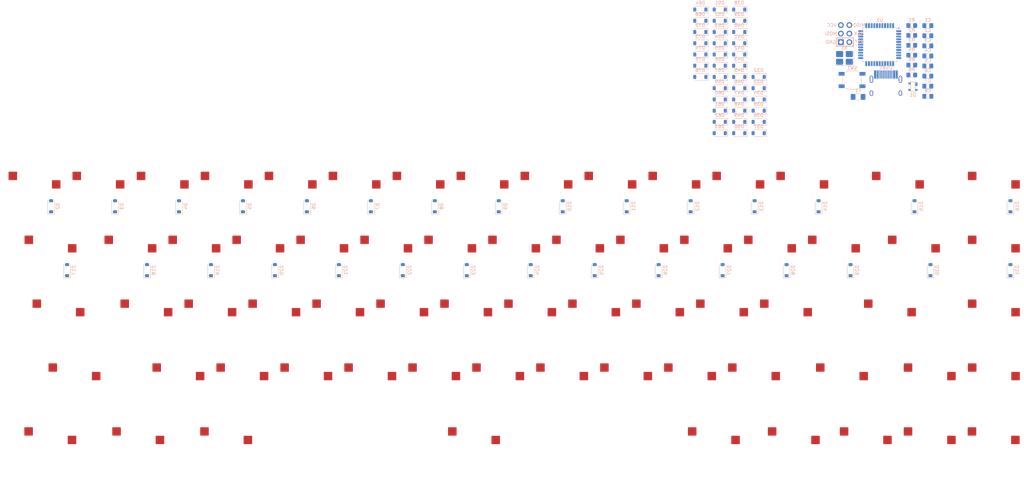
<source format=kicad_pcb>
(kicad_pcb (version 20241229) (generator "pcbnew") (generator_version "9.0")
  (layers (0 "F.Cu" signal) (2 "B.Cu" signal) (13 "F.Paste" user) (15 "B.Paste" user) (5 "F.SilkS" user "F.Silkscreen") (7 "B.SilkS" user "B.Silkscreen") (1 "F.Mask" user) (3 "B.Mask" user) (25 "Edge.Cuts" user))
  (net 0 "")
  (net 1 "Net-(U1-UCap)")
  (net 2 "GND")
  (net 3 "XTAL1")
  (net 4 "XTAL2")
  (net 5 "+5V")
  (net 6 "D-")
  (net 7 "VCC")
  (net 8 "D+")
  (net 9 "Net-(D2-A)")
  (net 10 "row0")
  (net 11 "Net-(D3-A)")
  (net 12 "Net-(D4-A)")
  (net 13 "Net-(D5-A)")
  (net 14 "Net-(D6-A)")
  (net 15 "Net-(D7-A)")
  (net 16 "Net-(D8-A)")
  (net 17 "Net-(D9-A)")
  (net 18 "Net-(D10-A)")
  (net 19 "Net-(D11-A)")
  (net 20 "Net-(D12-A)")
  (net 21 "Net-(D13-A)")
  (net 22 "Net-(D14-A)")
  (net 23 "Net-(D15-A)")
  (net 24 "Net-(D16-A)")
  (net 25 "Net-(D17-A)")
  (net 26 "row1")
  (net 27 "Net-(D18-A)")
  (net 28 "Net-(D19-A)")
  (net 29 "Net-(D20-A)")
  (net 30 "Net-(D21-A)")
  (net 31 "Net-(D22-A)")
  (net 32 "Net-(D23-A)")
  (net 33 "Net-(D24-A)")
  (net 34 "Net-(D25-A)")
  (net 35 "Net-(D26-A)")
  (net 36 "Net-(D27-A)")
  (net 37 "Net-(D28-A)")
  (net 38 "Net-(D29-A)")
  (net 39 "Net-(D30-A)")
  (net 40 "Net-(D31-A)")
  (net 41 "Net-(D32-A)")
  (net 42 "row2")
  (net 43 "Net-(D33-A)")
  (net 44 "Net-(D34-A)")
  (net 45 "Net-(D35-A)")
  (net 46 "Net-(D36-A)")
  (net 47 "Net-(D37-A)")
  (net 48 "Net-(D38-A)")
  (net 49 "Net-(D39-A)")
  (net 50 "Net-(D40-A)")
  (net 51 "Net-(D41-A)")
  (net 52 "Net-(D42-A)")
  (net 53 "Net-(D43-A)")
  (net 54 "Net-(D45-A)")
  (net 55 "Net-(D46-A)")
  (net 56 "row3")
  (net 57 "Net-(D47-A)")
  (net 58 "Net-(D48-A)")
  (net 59 "Net-(D49-A)")
  (net 60 "Net-(D50-A)")
  (net 61 "Net-(D51-A)")
  (net 62 "Net-(D52-A)")
  (net 63 "Net-(D53-A)")
  (net 64 "Net-(D54-A)")
  (net 65 "Net-(D55-A)")
  (net 66 "Net-(D56-A)")
  (net 67 "Net-(D57-A)")
  (net 68 "Net-(D59-A)")
  (net 69 "Net-(D60-A)")
  (net 70 "Net-(D61-A)")
  (net 71 "Net-(D62-A)")
  (net 72 "row4")
  (net 73 "Net-(D63-A)")
  (net 74 "Net-(D64-A)")
  (net 75 "Net-(D68-A)")
  (net 76 "Net-(D72-A)")
  (net 77 "Net-(D73-A)")
  (net 78 "Net-(D74-A)")
  (net 79 "Net-(D75-A)")
  (net 80 "Net-(D76-A)")
  (net 81 "SCK")
  (net 82 "RESET")
  (net 83 "MISO")
  (net 84 "MOSI")
  (net 85 "Net-(U1-~{HWB{slash}PE2})")
  (net 86 "Net-(USB1-DN1)")
  (net 87 "Net-(USB1-DP1)")
  (net 88 "Net-(USB1-CC1)")
  (net 89 "Net-(USB1-CC2)")
  (net 90 "col0")
  (net 91 "col1")
  (net 92 "col2")
  (net 93 "col3")
  (net 94 "col4")
  (net 95 "col5")
  (net 96 "col6")
  (net 97 "col7")
  (net 98 "col8")
  (net 99 "col9")
  (net 100 "col10")
  (net 101 "col11")
  (net 102 "col12")
  (net 103 "col13")
  (net 104 "col14")
  (footprint "MX_Hotswap:MX-Hotswap-1U" (layer "F.Cu") (at 236.5375 150.01875)
    (property "Reference" "SW54")
    (property "Value" ",<")
    (pad "" np_thru_hole circle (at -5.08 0 311.901) (size 1.7018 1.7018) (drill 1.7018) (layers "*.Cu" "*.Mask"))
    (pad "" np_thru_hole circle (at -2.54 -5.08) (size 3 3) (drill 3) (layers "*.Cu" "*.Mask"))
    (pad "" np_thru_hole circle (at 0 0) (size 3.9878 3.9878) (drill 3.9878) (layers "*.Cu" "*.Mask"))
    (pad "" np_thru_hole circle (at 3.81 -2.54) (size 3 3) (drill 3) (layers "*.Cu" "*.Mask"))
    (pad "" np_thru_hole circle (at 5.08 0 311.901) (size 1.7018 1.7018) (drill 1.7018) (layers "*.Cu" "*.Mask"))
    (pad "1" smd roundrect (at 7.085 -2.54) (size 2.55 2.5) (layers "F.Cu" "F.Mask" "F.Paste") (roundrect_rratio 0.08) (net 65 "Net-(D55-A)"))
    (pad "2" smd roundrect (at -5.842 -5.08) (size 2.55 2.5) (layers "F.Cu" "F.Mask" "F.Paste") (roundrect_rratio 0.08) (net 98 "col8"))
  )
  (footprint "MX_Hotswap:MX-Hotswap-2.25U" (layer "F.Cu") (at 72.23125 150.01875)
    (property "Reference" "SW46")
    (property "Value" "LSHIFT")
    (pad "" np_thru_hole circle (at -11.938 -6.985) (size 3.048 3.048) (drill 3.048) (layers "*.Cu" "*.Mask"))
    (pad "" np_thru_hole circle (at -11.938 8.255) (size 3.9878 3.9878) (drill 3.9878) (layers "*.Cu" "*.Mask"))
    (pad "" np_thru_hole circle (at -5.08 0 311.901) (size 1.7018 1.7018) (drill 1.7018) (layers "*.Cu" "*.Mask"))
    (pad "" np_thru_hole circle (at -2.54 -5.08) (size 3 3) (drill 3) (layers "*.Cu" "*.Mask"))
    (pad "" np_thru_hole circle (at 0 0) (size 3.9878 3.9878) (drill 3.9878) (layers "*.Cu" "*.Mask"))
    (pad "" np_thru_hole circle (at 3.81 -2.54) (size 3 3) (drill 3) (layers "*.Cu" "*.Mask"))
    (pad "" np_thru_hole circle (at 5.08 0 311.901) (size 1.7018 1.7018) (drill 1.7018) (layers "*.Cu" "*.Mask"))
    (pad "" np_thru_hole circle (at 11.938 -6.985) (size 3.048 3.048) (drill 3.048) (layers "*.Cu" "*.Mask"))
    (pad "" np_thru_hole circle (at 11.938 8.255) (size 3.9878 3.9878) (drill 3.9878) (layers "*.Cu" "*.Mask"))
    (pad "1" smd roundrect (at 7.085 -2.54) (size 2.55 2.5) (layers "F.Cu" "F.Mask" "F.Paste") (roundrect_rratio 0.08) (net 57 "Net-(D47-A)"))
    (pad "2" smd roundrect (at -5.842 -5.08) (size 2.55 2.5) (layers "F.Cu" "F.Mask" "F.Paste") (roundrect_rratio 0.08) (net 90 "col0"))
  )
  (footprint "MX_Hotswap:MX-Hotswap-1U" (layer "F.Cu") (at 184.15 111.91875)
    (property "Reference" "SW23")
    (property "Value" "Y")
    (pad "" np_thru_hole circle (at -5.08 0 311.901) (size 1.7018 1.7018) (drill 1.7018) (layers "*.Cu" "*.Mask"))
    (pad "" np_thru_hole circle (at -2.54 -5.08) (size 3 3) (drill 3) (layers "*.Cu" "*.Mask"))
    (pad "" np_thru_hole circle (at 0 0) (size 3.9878 3.9878) (drill 3.9878) (layers "*.Cu" "*.Mask"))
    (pad "" np_thru_hole circle (at 3.81 -2.54) (size 3 3) (drill 3) (layers "*.Cu" "*.Mask"))
    (pad "" np_thru_hole circle (at 5.08 0 311.901) (size 1.7018 1.7018) (drill 1.7018) (layers "*.Cu" "*.Mask"))
    (pad "1" smd roundrect (at 7.085 -2.54) (size 2.55 2.5) (layers "F.Cu" "F.Mask" "F.Paste") (roundrect_rratio 0.08) (net 32 "Net-(D23-A)"))
    (pad "2" smd roundrect (at -5.842 -5.08) (size 2.55 2.5) (layers "F.Cu" "F.Mask" "F.Paste") (roundrect_rratio 0.08) (net 96 "col6"))
  )
  (footprint "MX_Hotswap:MX-Hotswap-1U" (layer "F.Cu") (at 122.2375 150.01875)
    (property "Reference" "SW48")
    (property "Value" "X")
    (pad "" np_thru_hole circle (at -5.08 0 311.901) (size 1.7018 1.7018) (drill 1.7018) (layers "*.Cu" "*.Mask"))
    (pad "" np_thru_hole circle (at -2.54 -5.08) (size 3 3) (drill 3) (layers "*.Cu" "*.Mask"))
    (pad "" np_thru_hole circle (at 0 0) (size 3.9878 3.9878) (drill 3.9878) (layers "*.Cu" "*.Mask"))
    (pad "" np_thru_hole circle (at 3.81 -2.54) (size 3 3) (drill 3) (layers "*.Cu" "*.Mask"))
    (pad "" np_thru_hole circle (at 5.08 0 311.901) (size 1.7018 1.7018) (drill 1.7018) (layers "*.Cu" "*.Mask"))
    (pad "1" smd roundrect (at 7.085 -2.54) (size 2.55 2.5) (layers "F.Cu" "F.Mask" "F.Paste") (roundrect_rratio 0.08) (net 59 "Net-(D49-A)"))
    (pad "2" smd roundrect (at -5.842 -5.08) (size 2.55 2.5) (layers "F.Cu" "F.Mask" "F.Paste") (roundrect_rratio 0.08) (net 92 "col2"))
  )
  (footprint "MX_Hotswap:MX-Hotswap-6.25U" (layer "F.Cu") (at 191.235 169.06875)
    (property "Reference" "SW63")
    (property "Value" "SPACE_BAR")
    (pad "" np_thru_hole circle (at -50 -6.985) (size 3.048 3.048) (drill 3.048) (layers "*.Cu" "*.Mask"))
    (pad "" np_thru_hole circle (at -50 8.255) (size 3.9878 3.9878) (drill 3.9878) (layers "*.Cu" "*.Mask"))
    (pad "" np_thru_hole circle (at -5.08 0 311.901) (size 1.7018 1.7018) (drill 1.7018) (layers "*.Cu" "*.Mask"))
    (pad "" np_thru_hole circle (at -2.54 -5.08) (size 3 3) (drill 3) (layers "*.Cu" "*.Mask"))
    (pad "" np_thru_hole circle (at 0 0) (size 3.9878 3.9878) (drill 3.9878) (layers "*.Cu" "*.Mask"))
    (pad "" np_thru_hole circle (at 3.81 -2.54) (size 3 3) (drill 3) (layers "*.Cu" "*.Mask"))
    (pad "" np_thru_hole circle (at 5.08 0 311.901) (size 1.7018 1.7018) (drill 1.7018) (layers "*.Cu" "*.Mask"))
    (pad "" np_thru_hole circle (at 50 -6.985) (size 3.048 3.048) (drill 3.048) (layers "*.Cu" "*.Mask"))
    (pad "" np_thru_hole circle (at 50 8.255) (size 3.9878 3.9878) (drill 3.9878) (layers "*.Cu" "*.Mask"))
    (pad "1" smd roundrect (at 7.085 -2.54) (size 2.55 2.5) (layers "F.Cu" "F.Mask" "F.Paste") (roundrect_rratio 0.08) (net 75 "Net-(D68-A)"))
    (pad "2" smd roundrect (at -5.842 -5.08) (size 2.55 2.5) (layers "F.Cu" "F.Mask" "F.Paste") (roundrect_rratio 0.08) (net 96 "col6"))
  )
  (footprint "MX_Hotswap:MX-Hotswap-1U" (layer "F.Cu") (at 346.01625 169.06355)
    (property "Reference" "SW68")
    (property "Value" "RIGHT")
    (pad "" np_thru_hole circle (at -5.08 0 311.901) (size 1.7018 1.7018) (drill 1.7018) (layers "*.Cu" "*.Mask"))
    (pad "" np_thru_hole circle (at -2.54 -5.08) (size 3 3) (drill 3) (layers "*.Cu" "*.Mask"))
    (pad "" np_thru_hole circle (at 0 0) (size 3.9878 3.9878) (drill 3.9878) (layers "*.Cu" "*.Mask"))
    (pad "" np_thru_hole circle (at 3.81 -2.54) (size 3 3) (drill 3) (layers "*.Cu" "*.Mask"))
    (pad "" np_thru_hole circle (at 5.08 0 311.901) (size 1.7018 1.7018) (drill 1.7018) (layers "*.Cu" "*.Mask"))
    (pad "1" smd roundrect (at 7.085 -2.54) (size 2.55 2.5) (layers "F.Cu" "F.Mask" "F.Paste") (roundrect_rratio 0.08) (net 80 "Net-(D76-A)"))
    (pad "2" smd roundrect (at -5.842 -5.08) (size 2.55 2.5) (layers "F.Cu" "F.Mask" "F.Paste") (roundrect_rratio 0.08) (net 104 "col14"))
  )
  (footprint "MX_Hotswap:MX-Hotswap-1U" (layer "F.Cu") (at 141.2875 150.01875)
    (property "Reference" "SW49")
    (property "Value" "C")
    (pad "" np_thru_hole circle (at -5.08 0 311.901) (size 1.7018 1.7018) (drill 1.7018) (layers "*.Cu" "*.Mask"))
    (pad "" np_thru_hole circle (at -2.54 -5.08) (size 3 3) (drill 3) (layers "*.Cu" "*.Mask"))
    (pad "" np_thru_hole circle (at 0 0) (size 3.9878 3.9878) (drill 3.9878) (layers "*.Cu" "*.Mask"))
    (pad "" np_thru_hole circle (at 3.81 -2.54) (size 3 3) (drill 3) (layers "*.Cu" "*.Mask"))
    (pad "" np_thru_hole circle (at 5.08 0 311.901) (size 1.7018 1.7018) (drill 1.7018) (layers "*.Cu" "*.Mask"))
    (pad "1" smd roundrect (at 7.085 -2.54) (size 2.55 2.5) (layers "F.Cu" "F.Mask" "F.Paste") (roundrect_rratio 0.08) (net 60 "Net-(D50-A)"))
    (pad "2" smd roundrect (at -5.842 -5.08) (size 2.55 2.5) (layers "F.Cu" "F.Mask" "F.Paste") (roundrect_rratio 0.08) (net 93 "col3"))
  )
  (footprint "MX_Hotswap:MX-Hotswap-1U" (layer "F.Cu") (at 250.9225 92.86875)
    (property "Reference" "SW12")
    (property "Value" "0)")
    (pad "" np_thru_hole circle (at -5.08 0 311.901) (size 1.7018 1.7018) (drill 1.7018) (layers "*.Cu" "*.Mask"))
    (pad "" np_thru_hole circle (at -2.54 -5.08) (size 3 3) (drill 3) (layers "*.Cu" "*.Mask"))
    (pad "" np_thru_hole circle (at 0 0) (size 3.9878 3.9878) (drill 3.9878) (layers "*.Cu" "*.Mask"))
    (pad "" np_thru_hole circle (at 3.81 -2.54) (size 3 3) (drill 3) (layers "*.Cu" "*.Mask"))
    (pad "" np_thru_hole circle (at 5.08 0 311.901) (size 1.7018 1.7018) (drill 1.7018) (layers "*.Cu" "*.Mask"))
    (pad "1" smd roundrect (at 7.085 -2.54) (size 2.55 2.5) (layers "F.Cu" "F.Mask" "F.Paste") (roundrect_rratio 0.08) (net 20 "Net-(D12-A)"))
    (pad "2" smd roundrect (at -5.842 -5.08) (size 2.55 2.5) (layers "F.Cu" "F.Mask" "F.Paste") (roundrect_rratio 0.08) (net 100 "col10"))
  )
  (footprint "MX_Hotswap:MX-Hotswap-1.5U" (layer "F.Cu") (at 322.2625 111.91875)
    (property "Reference" "SW30")
    (property "Value" "\\|")
    (pad "" np_thru_hole circle (at -5.08 0 311.901) (size 1.7018 1.7018) (drill 1.7018) (layers "*.Cu" "*.Mask"))
    (pad "" np_thru_hole circle (at -2.54 -5.08) (size 3 3) (drill 3) (layers "*.Cu" "*.Mask"))
    (pad "" np_thru_hole circle (at 0 0) (size 3.9878 3.9878) (drill 3.9878) (layers "*.Cu" "*.Mask"))
    (pad "" np_thru_hole circle (at 3.81 -2.54) (size 3 3) (drill 3) (layers "*.Cu" "*.Mask"))
    (pad "" np_thru_hole circle (at 5.08 0 311.901) (size 1.7018 1.7018) (drill 1.7018) (layers "*.Cu" "*.Mask"))
    (pad "1" smd roundrect (at 7.085 -2.54) (size 2.55 2.5) (layers "F.Cu" "F.Mask" "F.Paste") (roundrect_rratio 0.08) (net 39 "Net-(D30-A)"))
    (pad "2" smd roundrect (at -5.842 -5.08) (size 2.55 2.5) (layers "F.Cu" "F.Mask" "F.Paste") (roundrect_rratio 0.08) (net 103 "col13"))
  )
  (footprint "MX_Hotswap:MX-Hotswap-1U" (layer "F.Cu") (at 188.9125 130.96875)
    (property "Reference" "SW38")
    (property "Value" "H")
    (pad "" np_thru_hole circle (at -5.08 0 311.901) (size 1.7018 1.7018) (drill 1.7018) (layers "*.Cu" "*.Mask"))
    (pad "" np_thru_hole circle (at -2.54 -5.08) (size 3 3) (drill 3) (layers "*.Cu" "*.Mask"))
    (pad "" np_thru_hole circle (at 0 0) (size 3.9878 3.9878) (drill 3.9878) (layers "*.Cu" "*.Mask"))
    (pad "" np_thru_hole circle (at 3.81 -2.54) (size 3 3) (drill 3) (layers "*.Cu" "*.Mask"))
    (pad "" np_thru_hole circle (at 5.08 0 311.901) (size 1.7018 1.7018) (drill 1.7018) (layers "*.Cu" "*.Mask"))
    (pad "1" smd roundrect (at 7.085 -2.54) (size 2.55 2.5) (layers "F.Cu" "F.Mask" "F.Paste") (roundrect_rratio 0.08) (net 48 "Net-(D38-A)"))
    (pad "2" smd roundrect (at -5.842 -5.08) (size 2.55 2.5) (layers "F.Cu" "F.Mask" "F.Paste") (roundrect_rratio 0.08) (net 96 "col6"))
  )
  (footprint "MX_Hotswap:MX-Hotswap-1.75U" (layer "F.Cu") (at 67.46875 130.96875)
    (property "Reference" "SW32")
    (property "Value" "LCAPS_LOCK")
    (pad "" np_thru_hole circle (at -5.08 0 311.901) (size 1.7018 1.7018) (drill 1.7018) (layers "*.Cu" "*.Mask"))
    (pad "" np_thru_hole circle (at -2.54 -5.08) (size 3 3) (drill 3) (layers "*.Cu" "*.Mask"))
    (pad "" np_thru_hole circle (at 0 0) (size 3.9878 3.9878) (drill 3.9878) (layers "*.Cu" "*.Mask"))
    (pad "" np_thru_hole circle (at 3.81 -2.54) (size 3 3) (drill 3) (layers "*.Cu" "*.Mask"))
    (pad "" np_thru_hole circle (at 5.08 0 311.901) (size 1.7018 1.7018) (drill 1.7018) (layers "*.Cu" "*.Mask"))
    (pad "1" smd roundrect (at 7.085 -2.54) (size 2.55 2.5) (layers "F.Cu" "F.Mask" "F.Paste") (roundrect_rratio 0.08) (net 41 "Net-(D32-A)"))
    (pad "2" smd roundrect (at -5.842 -5.08) (size 2.55 2.5) (layers "F.Cu" "F.Mask" "F.Paste") (roundrect_rratio 0.08) (net 90 "col0"))
  )
  (footprint "MX_Hotswap:MX-Hotswap-1U" (layer "F.Cu") (at 198.4375 150.01875)
    (property "Reference" "SW52")
    (property "Value" "N")
    (pad "" np_thru_hole circle (at -5.08 0 311.901) (size 1.7018 1.7018) (drill 1.7018) (layers "*.Cu" "*.Mask"))
    (pad "" np_thru_hole circle (at -2.54 -5.08) (size 3 3) (drill 3) (layers "*.Cu" "*.Mask"))
    (pad "" np_thru_hole circle (at 0 0) (size 3.9878 3.9878) (drill 3.9878) (layers "*.Cu" "*.Mask"))
    (pad "" np_thru_hole circle (at 3.81 -2.54) (size 3 3) (drill 3) (layers "*.Cu" "*.Mask"))
    (pad "" np_thru_hole circle (at 5.08 0 311.901) (size 1.7018 1.7018) (drill 1.7018) (layers "*.Cu" "*.Mask"))
    (pad "1" smd roundrect (at 7.085 -2.54) (size 2.55 2.5) (layers "F.Cu" "F.Mask" "F.Paste") (roundrect_rratio 0.08) (net 63 "Net-(D53-A)"))
    (pad "2" smd roundrect (at -5.842 -5.08) (size 2.55 2.5) (layers "F.Cu" "F.Mask" "F.Paste") (roundrect_rratio 0.08) (net 96 "col6"))
  )
  (footprint "MX_Hotswap:MX-Hotswap-1U" (layer "F.Cu") (at 260.35 111.91875)
    (property "Reference" "SW27")
    (property "Value" "P")
    (pad "" np_thru_hole circle (at -5.08 0 311.901) (size 1.7018 1.7018) (drill 1.7018) (layers "*.Cu" "*.Mask"))
    (pad "" np_thru_hole circle (at -2.54 -5.08) (size 3 3) (drill 3) (layers "*.Cu" "*.Mask"))
    (pad "" np_thru_hole circle (at 0 0) (size 3.9878 3.9878) (drill 3.9878) (layers "*.Cu" "*.Mask"))
    (pad "" np_thru_hole circle (at 3.81 -2.54) (size 3 3) (drill 3) (layers "*.Cu" "*.Mask"))
    (pad "" np_thru_hole circle (at 5.08 0 311.901) (size 1.7018 1.7018) (drill 1.7018) (layers "*.Cu" "*.Mask"))
    (pad "1" smd roundrect (at 7.085 -2.54) (size 2.55 2.5) (layers "F.Cu" "F.Mask" "F.Paste") (roundrect_rratio 0.08) (net 36 "Net-(D27-A)"))
    (pad "2" smd roundrect (at -5.842 -5.08) (size 2.55 2.5) (layers "F.Cu" "F.Mask" "F.Paste") (roundrect_rratio 0.08) (net 100 "col10"))
  )
  (footprint "MX_Hotswap:MX-Hotswap-2U" (layer "F.Cu") (at 317.5 92.86875)
    (property "Reference" "SW15")
    (property "Value" "BACKSPACE")
    (pad "" np_thru_hole circle (at -11.938 -6.985) (size 3.048 3.048) (drill 3.048) (layers "*.Cu" "*.Mask"))
    (pad "" np_thru_hole circle (at -11.938 8.255) (size 3.9878 3.9878) (drill 3.9878) (layers "*.Cu" "*.Mask"))
    (pad "" np_thru_hole circle (at -5.08 0 311.901) (size 1.7018 1.7018) (drill 1.7018) (layers "*.Cu" "*.Mask"))
    (pad "" np_thru_hole circle (at -2.54 -5.08) (size 3 3) (drill 3) (layers "*.Cu" "*.Mask"))
    (pad "" np_thru_hole circle (at 0 0) (size 3.9878 3.9878) (drill 3.9878) (layers "*.Cu" "*.Mask"))
    (pad "" np_thru_hole circle (at 3.81 -2.54) (size 3 3) (drill 3) (layers "*.Cu" "*.Mask"))
    (pad "" np_thru_hole circle (at 5.08 0 311.901) (size 1.7018 1.7018) (drill 1.7018) (layers "*.Cu" "*.Mask"))
    (pad "" np_thru_hole circle (at 11.938 -6.985) (size 3.048 3.048) (drill 3.048) (layers "*.Cu" "*.Mask"))
    (pad "" np_thru_hole circle (at 11.938 8.255) (size 3.9878 3.9878) (drill 3.9878) (layers "*.Cu" "*.Mask"))
    (pad "1" smd roundrect (at 7.085 -2.54) (size 2.55 2.5) (layers "F.Cu" "F.Mask" "F.Paste") (roundrect_rratio 0.08) (net 23 "Net-(D15-A)"))
    (pad "2" smd roundrect (at -5.842 -5.08) (size 2.55 2.5) (layers "F.Cu" "F.Mask" "F.Paste") (roundrect_rratio 0.08) (net 103 "col13"))
  )
  (footprint "MX_Hotswap:MX-Hotswap-1.5U" (layer "F.Cu") (at 65.02875 169.06355)
    (property "Reference" "SW60")
    (property "Value" "CTRL")
    (pad "" np_thru_hole circle (at -5.08 0 311.901) (size 1.7018 1.7018) (drill 1.7018) (layers "*.Cu" "*.Mask"))
    (pad "" np_thru_hole circle (at -2.54 -5.08) (size 3 3) (drill 3) (layers "*.Cu" "*.Mask"))
    (pad "" np_thru_hole circle (at 0 0) (size 3.9878 3.9878) (drill 3.9878) (layers "*.Cu" "*.Mask"))
    (pad "" np_thru_hole circle (at 3.81 -2.54) (size 3 3) (drill 3) (layers "*.Cu" "*.Mask"))
    (pad "" np_thru_hole circle (at 5.08 0 311.901) (size 1.7018 1.7018) (drill 1.7018) (layers "*.Cu" "*.Mask"))
    (pad "1" smd roundrect (at 7.085 -2.54) (size 2.55 2.5) (layers "F.Cu" "F.Mask" "F.Paste") (roundrect_rratio 0.08) (net 71 "Net-(D62-A)"))
    (pad "2" smd roundrect (at -5.842 -5.08) (size 2.55 2.5) (layers "F.Cu" "F.Mask" "F.Paste") (roundrect_rratio 0.08) (net 90 "col0"))
  )
  (footprint "MX_Hotswap:MX-Hotswap-1U" (layer "F.Cu") (at 146.05 111.91875)
    (property "Reference" "SW21")
    (property "Value" "R")
    (pad "" np_thru_hole circle (at -5.08 0 311.901) (size 1.7018 1.7018) (drill 1.7018) (layers "*.Cu" "*.Mask"))
    (pad "" np_thru_hole circle (at -2.54 -5.08) (size 3 3) (drill 3) (layers "*.Cu" "*.Mask"))
    (pad "" np_thru_hole circle (at 0 0) (size 3.9878 3.9878) (drill 3.9878) (layers "*.Cu" "*.Mask"))
    (pad "" np_thru_hole circle (at 3.81 -2.54) (size 3 3) (drill 3) (layers "*.Cu" "*.Mask"))
    (pad "" np_thru_hole circle (at 5.08 0 311.901) (size 1.7018 1.7018) (drill 1.7018) (layers "*.Cu" "*.Mask"))
    (pad "1" smd roundrect (at 7.085 -2.54) (size 2.55 2.5) (layers "F.Cu" "F.Mask" "F.Paste") (roundrect_rratio 0.08) (net 30 "Net-(D21-A)"))
    (pad "2" smd roundrect (at -5.842 -5.08) (size 2.55 2.5) (layers "F.Cu" "F.Mask" "F.Paste") (roundrect_rratio 0.08) (net 94 "col4"))
  )
  (footprint "MX_Hotswap:MX-Hotswap-1U" (layer "F.Cu") (at 93.6625 130.96875)
    (property "Reference" "SW33")
    (property "Value" "A")
    (pad "" np_thru_hole circle (at -5.08 0 311.901) (size 1.7018 1.7018) (drill 1.7018) (layers "*.Cu" "*.Mask"))
    (pad "" np_thru_hole circle (at -2.54 -5.08) (size 3 3) (drill 3) (layers "*.Cu" "*.Mask"))
    (pad "" np_thru_hole circle (at 0 0) (size 3.9878 3.9878) (drill 3.9878) (layers "*.Cu" "*.Mask"))
    (pad "" np_thru_hole circle (at 3.81 -2.54) (size 3 3) (drill 3) (layers "*.Cu" "*.Mask"))
    (pad "" np_thru_hole circle (at 5.08 0 311.901) (size 1.7018 1.7018) (drill 1.7018) (layers "*.Cu" "*.Mask"))
    (pad "1" smd roundrect (at 7.085 -2.54) (size 2.55 2.5) (layers "F.Cu" "F.Mask" "F.Paste") (roundrect_rratio 0.08) (net 43 "Net-(D33-A)"))
    (pad "2" smd roundrect (at -5.842 -5.08) (size 2.55 2.5) (layers "F.Cu" "F.Mask" "F.Paste") (roundrect_rratio 0.08) (net 91 "col1"))
  )
  (footprint "MX_Hotswap:MX-Hotswap-1U" (layer "F.Cu") (at 165.1 111.91875)
    (property "Reference" "SW22")
    (property "Value" "T")
    (pad "" np_thru_hole circle (at -5.08 0 311.901) (size 1.7018 1.7018) (drill 1.7018) (layers "*.Cu" "*.Mask"))
    (pad "" np_thru_hole circle (at -2.54 -5.08) (size 3 3) (drill 3) (layers "*.Cu" "*.Mask"))
    (pad "" np_thru_hole circle (at 0 0) (size 3.9878 3.9878) (drill 3.9878) (layers "*.Cu" "*.Mask"))
    (pad "" np_thru_hole circle (at 3.81 -2.54) (size 3 3) (drill 3) (layers "*.Cu" "*.Mask"))
    (pad "" np_thru_hole circle (at 5.08 0 311.901) (size 1.7018 1.7018) (drill 1.7018) (layers "*.Cu" "*.Mask"))
    (pad "1" smd roundrect (at 7.085 -2.54) (size 2.55 2.5) (layers "F.Cu" "F.Mask" "F.Paste") (roundrect_rratio 0.08) (net 31 "Net-(D22-A)"))
    (pad "2" smd roundrect (at -5.842 -5.08) (size 2.55 2.5) (layers "F.Cu" "F.Mask" "F.Paste") (roundrect_rratio 0.08) (net 95 "col5"))
  )
  (footprint "MX_Hotswap:MX-Hotswap-1U" (layer "F.Cu") (at 346.075 150.01875)
    (property "Reference" "SW59")
    (property "Value" "DELETE")
    (pad "" np_thru_hole circle (at -5.08 0 311.901) (size 1.7018 1.7018) (drill 1.7018) (layers "*.Cu" "*.Mask"))
    (pad "" np_thru_hole circle (at -2.54 -5.08) (size 3 3) (drill 3) (layers "*.Cu" "*.Mask"))
    (pad "" np_thru_hole circle (at 0 0) (size 3.9878 3.9878) (drill 3.9878) (layers "*.Cu" "*.Mask"))
    (pad "" np_thru_hole circle (at 3.81 -2.54) (size 3 3) (drill 3) (layers "*.Cu" "*.Mask"))
    (pad "" np_thru_hole circle (at 5.08 0 311.901) (size 1.7018 1.7018) (drill 1.7018) (layers "*.Cu" "*.Mask"))
    (pad "1" smd roundrect (at 7.085 -2.54) (size 2.55 2.5) (layers "F.Cu" "F.Mask" "F.Paste") (roundrect_rratio 0.08) (net 70 "Net-(D61-A)"))
    (pad "2" smd roundrect (at -5.842 -5.08) (size 2.55 2.5) (layers "F.Cu" "F.Mask" "F.Paste") (roundrect_rratio 0.08) (net 104 "col14"))
  )
  (footprint "MX_Hotswap:MX-Hotswap-1U" (layer "F.Cu") (at 265.1125 130.96875)
    (property "Reference" "SW42")
    (property "Value" ";:")
    (pad "" np_thru_hole circle (at -5.08 0 311.901) (size 1.7018 1.7018) (drill 1.7018) (layers "*.Cu" "*.Mask"))
    (pad "" np_thru_hole circle (at -2.54 -5.08) (size 3 3) (drill 3) (layers "*.Cu" "*.Mask"))
    (pad "" np_thru_hole circle (at 0 0) (size 3.9878 3.9878) (drill 3.9878) (layers "*.Cu" "*.Mask"))
    (pad "" np_thru_hole circle (at 3.81 -2.54) (size 3 3) (drill 3) (layers "*.Cu" "*.Mask"))
    (pad "" np_thru_hole circle (at 5.08 0 311.901) (size 1.7018 1.7018) (drill 1.7018) (layers "*.Cu" "*.Mask"))
    (pad "1" smd roundrect (at 7.085 -2.54) (size 2.55 2.5) (layers "F.Cu" "F.Mask" "F.Paste") (roundrect_rratio 0.08) (net 52 "Net-(D42-A)"))
    (pad "2" smd roundrect (at -5.842 -5.08) (size 2.55 2.5) (layers "F.Cu" "F.Mask" "F.Paste") (roundrect_rratio 0.08) (net 100 "col10"))
  )
  (footprint "MX_Hotswap:MX-Hotswap-1U" (layer "F.Cu") (at 169.8625 130.96875)
    (property "Reference" "SW37")
    (property "Value" "G")
    (pad "" np_thru_hole circle (at -5.08 0 311.901) (size 1.7018 1.7018) (drill 1.7018) (layers "*.Cu" "*.Mask"))
    (pad "" np_thru_hole circle (at -2.54 -5.08) (size 3 3) (drill 3) (layers "*.Cu" "*.Mask"))
    (pad "" np_thru_hole circle (at 0 0) (size 3.9878 3.9878) (drill 3.9878) (layers "*.Cu" "*.Mask"))
    (pad "" np_thru_hole circle (at 3.81 -2.54) (size 3 3) (drill 3) (layers "*.Cu" "*.Mask"))
    (pad "" np_thru_hole circle (at 5.08 0 311.901) (size 1.7018 1.7018) (drill 1.7018) (layers "*.Cu" "*.Mask"))
    (pad "1" smd roundrect (at 7.085 -2.54) (size 2.55 2.5) (layers "F.Cu" "F.Mask" "F.Paste") (roundrect_rratio 0.08) (net 47 "Net-(D37-A)"))
    (pad "2" smd roundrect (at -5.842 -5.08) (size 2.55 2.5) (layers "F.Cu" "F.Mask" "F.Paste") (roundrect_rratio 0.08) (net 95 "col5"))
  )
  (footprint "MX_Hotswap:MX-Hotswap-1U" (layer "F.Cu") (at 289.0225 92.86875)
    (property "Reference" "SW14")
    (property "Value" "=+")
    (pad "" np_thru_hole circle (at -5.08 0 311.901) (size 1.7018 1.7018) (drill 1.7018) (layers "*.Cu" "*.Mask"))
    (pad "" np_thru_hole circle (at -2.54 -5.08) (size 3 3) (drill 3) (layers "*.Cu" "*.Mask"))
    (pad "" np_thru_hole circle (at 0 0) (size 3.9878 3.9878) (drill 3.9878) (layers "*.Cu" "*.Mask"))
    (pad "" np_thru_hole circle (at 3.81 -2.54) (size 3 3) (drill 3) (layers "*.Cu" "*.Mask"))
    (pad "" np_thru_hole circle (at 5.08 0 311.901) (size 1.7018 1.7018) (drill 1.7018) (layers "*.Cu" "*.Mask"))
    (pad "1" smd roundrect (at 7.085 -2.54) (size 2.55 2.5) (layers "F.Cu" "F.Mask" "F.Paste") (roundrect_rratio 0.08) (net 22 "Net-(D14-A)"))
    (pad "2" smd roundrect (at -5.842 -5.08) (size 2.55 2.5) (layers "F.Cu" "F.Mask" "F.Paste") (roundrect_rratio 0.08) (net 102 "col12"))
  )
  (footprint "MX_Hotswap:MX-Hotswap-1U" (layer "F.Cu") (at 107.95 111.91875)
    (property "Reference" "SW19")
    (property "Value" "W")
    (pad "" np_thru_hole circle (at -5.08 0 311.901) (size 1.7018 1.7018) (drill 1.7018) (layers "*.Cu" "*.Mask"))
    (pad "" np_thru_hole circle (at -2.54 -5.08) (size 3 3) (drill 3) (layers "*.Cu" "*.Mask"))
    (pad "" np_thru_hole circle (at 0 0) (size 3.9878 3.9878) (drill 3.9878) (layers "*.Cu" "*.Mask"))
    (pad "" np_thru_hole circle (at 3.81 -2.54) (size 3 3) (drill 3) (layers "*.Cu" "*.Mask"))
    (pad "" np_thru_hole circle (at 5.08 0 311.901) (size 1.7018 1.7018) (drill 1.7018) (layers "*.Cu" "*.Mask"))
    (pad "1" smd roundrect (at 7.085 -2.54) (size 2.55 2.5) (layers "F.Cu" "F.Mask" "F.Paste") (roundrect_rratio 0.08) (net 28 "Net-(D19-A)"))
    (pad "2" smd roundrect (at -5.842 -5.08) (size 2.55 2.5) (layers "F.Cu" "F.Mask" "F.Paste") (roundrect_rratio 0.08) (net 92 "col2"))
  )
  (footprint "MX_Hotswap:MX-Hotswap-1U" (layer "F.Cu") (at 103.1875 150.01875)
    (property "Reference" "SW47")
    (property "Value" "Z")
    (pad "" np_thru_hole circle (at -5.08 0 311.901) (size 1.7018 1.7018) (drill 1.7018) (layers "*.Cu" "*.Mask"))
    (pad "" np_thru_hole circle (at -2.54 -5.08) (size 3 3) (drill 3) (layers "*.Cu" "*.Mask"))
    (pad "" np_thru_hole circle (at 0 0) (size 3.9878 3.9878) (drill 3.9878) (layers "*.Cu" "*.Mask"))
    (pad "" np_thru_hole circle (at 3.81 -2.54) (size 3 3) (drill 3) (layers "*.Cu" "*.Mask"))
    (pad "" np_thru_hole circle (at 5.08 0 311.901) (size 1.7018 1.7018) (drill 1.7018) (layers "*.Cu" "*.Mask"))
    (pad "1" smd roundrect (at 7.085 -2.54) (size 2.55 2.5) (layers "F.Cu" "F.Mask" "F.Paste") (roundrect_rratio 0.08) (net 58 "Net-(D48-A)"))
    (pad "2" smd roundrect (at -5.842 -5.08) (size 2.55 2.5) (layers "F.Cu" "F.Mask" "F.Paste") (roundrect_rratio 0.08) (net 91 "col1"))
  )
  (footprint "MX_Hotswap:MX-Hotswap-1.75U" (layer "F.Cu") (at 300.83125 150.01875)
    (property "Reference" "SW57")
    (property "Value" "RSHIFT")
    (pad "" np_thru_hole circle (at -5.08 0 311.901) (size 1.7018 1.7018) (drill 1.7018) (layers "*.Cu" "*.Mask"))
    (pad "" np_thru_hole circle (at -2.54 -5.08) (size 3 3) (drill 3) (layers "*.Cu" "*.Mask"))
    (pad "" np_thru_hole circle (at 0 0) (size 3.9878 3.9878) (drill 3.9878) (layers "*.Cu" "*.Mask"))
    (pad "" np_thru_hole circle (at 3.81 -2.54) (size 3 3) (drill 3) (layers "*.Cu" "*.Mask"))
    (pad "" np_thru_hole circle (at 5.08 0 311.901) (size 1.7018 1.7018) (drill 1.7018) (layers "*.Cu" "*.Mask"))
    (pad "1" smd roundrect (at 7.085 -2.54) (size 2.55 2.5) (layers "F.Cu" "F.Mask" "F.Paste") (roundrect_rratio 0.08) (net 68 "Net-(D59-A)"))
    (pad "2" smd roundrect (at -5.842 -5.08) (size 2.55 2.5) (layers "F.Cu" "F.Mask" "F.Paste") (roundrect_rratio 0.08) (net 102 "col12"))
  )
  (footprint "MX_Hotswap:MX-Hotswap-1.25U" (layer "F.Cu") (at 91.2225 169.06355)
    (property "Reference" "SW61")
    (property "Value" "LALT")
    (pad "" np_thru_hole circle (at -5.08 0 311.901) (size 1.7018 1.7018) (drill 1.7018) (layers "*.Cu" "*.Mask"))
    (pad "" np_thru_hole circle (at -2.54 -5.08) (size 3 3) (drill 3) (layers "*.Cu" "*.Mask"))
    (pad "" np_thru_hole circle (at 0 0) (size 3.9878 3.9878) (drill 3.9878) (layers "*.Cu" "*.Mask"))
    (pad "" np_thru_hole circle (at 3.81 -2.54) (size 3 3) (drill 3) (layers "*.Cu" "*.Mask"))
    (pad "" np_thru_hole circle (at 5.08 0 311.901) (size 1.7018 1.7018) (drill 1.7018) (layers "*.Cu" "*.Mask"))
    (pad "1" smd roundrect (at 7.085 -2.54) (size 2.55 2.5) (layers "F.Cu" "F.Mask" "F.Paste") (roundrect_rratio 0.08) (net 73 "Net-(D63-A)"))
    (pad "2" smd roundrect (at -5.842 -5.08) (size 2.55 2.5) (layers "F.Cu" "F.Mask" "F.Paste") (roundrect_rratio 0.08) (net 91 "col1"))
  )
  (footprint "MX_Hotswap:MX-Hotswap-1U" (layer "F.Cu") (at 307.91625 169.06355)
    (property "Reference" "SW66")
    (property "Value" "LEFT")
    (pad "" np_thru_hole circle (at -5.08 0 311.901) (size 1.7018 1.7018) (drill 1.7018) (layers "*.Cu" "*.Mask"))
    (pad "" np_thru_hole circle (at -2.54 -5.08) (size 3 3) (drill 3) (layers "*.Cu" "*.Mask"))
    (pad "" np_thru_hole circle (at 0 0) (size 3.9878 3.9878) (drill 3.9878) (layers "*.Cu" "*.Mask"))
    (pad "" np_thru_hole circle (at 3.81 -2.54) (size 3 3) (drill 3) (layers "*.Cu" "*.Mask"))
    (pad "" np_thru_hole circle (at 5.08 0 311.901) (size 1.7018 1.7018) (drill 1.7018) (layers "*.Cu" "*.Mask"))
    (pad "1" smd roundrect (at 7.085 -2.54) (size 2.55 2.5) (layers "F.Cu" "F.Mask" "F.Paste") (roundrect_rratio 0.08) (net 78 "Net-(D74-A)"))
    (pad "2" smd roundrect (at -5.842 -5.08) (size 2.55 2.5) (layers "F.Cu" "F.Mask" "F.Paste") (roundrect_rratio 0.08) (net 102 "col12"))
  )
  (footprint "MX_Hotswap:MX-Hotswap-1U" (layer "F.Cu") (at 241.3 111.91875)
    (property "Reference" "SW26")
    (property "Value" "O")
    (pad "" np_thru_hole circle (at -5.08 0 311.901) (size 1.7018 1.7018) (drill 1.7018) (layers "*.Cu" "*.Mask"))
    (pad "" np_thru_hole circle (at -2.54 -5.08) (size 3 3) (drill 3) (layers "*.Cu" "*.Mask"))
    (pad "" np_thru_hole circle (at 0 0) (size 3.9878 3.9878) (drill 3.9878) (layers "*.Cu" "*.Mask"))
    (pad "" np_thru_hole circle (at 3.81 -2.54) (size 3 3) (drill 3) (layers "*.Cu" "*.Mask"))
    (pad "" np_thru_hole circle (at 5.08 0 311.901) (size 1.7018 1.7018) (drill 1.7018) (layers "*.Cu" "*.Mask"))
    (pad "1" smd roundrect (at 7.085 -2.54) (size 2.55 2.5) (layers "F.Cu" "F.Mask" "F.Paste") (roundrect_rratio 0.08) (net 35 "Net-(D26-A)"))
    (pad "2" smd roundrect (at -5.842 -5.08) (size 2.55 2.5) (layers "F.Cu" "F.Mask" "F.Paste") (roundrect_rratio 0.08) (net 99 "col9"))
  )
  (footprint "MX_Hotswap:MX-Hotswap-1U" (layer "F.Cu") (at 160.3375 150.01875)
    (property "Reference" "SW50")
    (property "Value" "V")
    (pad "" np_thru_hole circle (at -5.08 0 311.901) (size 1.7018 1.7018) (drill 1.7018) (layers "*.Cu" "*.Mask"))
    (pad "" np_thru_hole circle (at -2.54 -5.08) (size 3 3) (drill 3) (layers "*.Cu" "*.Mask"))
    (pad "" np_thru_hole circle (at 0 0) (size 3.9878 3.9878) (drill 3.9878) (layers "*.Cu" "*.Mask"))
    (pad "" np_thru_hole circle (at 3.81 -2.54) (size 3 3) (drill 3) (layers "*.Cu" "*.Mask"))
    (pad "" np_thru_hole circle (at 5.08 0 311.901) (size 1.7018 1.7018) (drill 1.7018) (layers "*.Cu" "*.Mask"))
    (pad "1" smd roundrect (at 7.085 -2.54) (size 2.55 2.5) (layers "F.Cu" "F.Mask" "F.Paste") (roundrect_rratio 0.08) (net 61 "Net-(D51-A)"))
    (pad "2" smd roundrect (at -5.842 -5.08) (size 2.55 2.5) (layers "F.Cu" "F.Mask" "F.Paste") (roundrect_rratio 0.08) (net 94 "col4"))
  )
  (footprint "MX_Hotswap:MX-Hotswap-1U" (layer "F.Cu") (at 112.7125 130.96875)
    (property "Reference" "SW34")
    (property "Value" "S")
    (pad "" np_thru_hole circle (at -5.08 0 311.901) (size 1.7018 1.7018) (drill 1.7018) (layers "*.Cu" "*.Mask"))
    (pad "" np_thru_hole circle (at -2.54 -5.08) (size 3 3) (drill 3) (layers "*.Cu" "*.Mask"))
    (pad "" np_thru_hole circle (at 0 0) (size 3.9878 3.9878) (drill 3.9878) (layers "*.Cu" "*.Mask"))
    (pad "" np_thru_hole circle (at 3.81 -2.54) (size 3 3) (drill 3) (layers "*.Cu" "*.Mask"))
    (pad "" np_thru_hole circle (at 5.08 0 311.901) (size 1.7018 1.7018) (drill 1.7018) (layers "*.Cu" "*.Mask"))
    (pad "1" smd roundrect (at 7.085 -2.54) (size 2.55 2.5) (layers "F.Cu" "F.Mask" "F.Paste") (roundrect_rratio 0.08) (net 44 "Net-(D34-A)"))
    (pad "2" smd roundrect (at -5.842 -5.08) (size 2.55 2.5) (layers "F.Cu" "F.Mask" "F.Paste") (roundrect_rratio 0.08) (net 92 "col2"))
  )
  (footprint "MX_Hotswap:MX-Hotswap-1U" (layer "F.Cu") (at 212.8225 92.86875)
    (property "Reference" "SW10")
    (property "Value" "8*")
    (pad "" np_thru_hole circle (at -5.08 0 311.901) (size 1.7018 1.7018) (drill 1.7018) (layers "*.Cu" "*.Mask"))
    (pad "" np_thru_hole circle (at -2.54 -5.08) (size 3 3) (drill 3) (layers "*.Cu" "*.Mask"))
    (pad "" np_thru_hole circle (at 0 0) (size 3.9878 3.9878) (drill 3.9878) (layers "*.Cu" "*.Mask"))
    (pad "" np_thru_hole circle (at 3.81 -2.54) (size 3 3) (drill 3) (layers "*.Cu" "*.Mask"))
    (pad "" np_thru_hole circle (at 5.08 0 311.901) (size 1.7018 1.7018) (drill 1.7018) (layers "*.Cu" "*.Mask"))
    (pad "1" smd roundrect (at 7.085 -2.54) (size 2.55 2.5) (layers "F.Cu" "F.Mask" "F.Paste") (roundrect_rratio 0.08) (net 18 "Net-(D10-A)"))
    (pad "2" smd roundrect (at -5.842 -5.08) (size 2.55 2.5) (layers "F.Cu" "F.Mask" "F.Paste") (roundrect_rratio 0.08) (net 98 "col8"))
  )
  (footprint "MX_Hotswap:MX-Hotswap-1.5U" (layer "F.Cu") (at 65.0875 111.91875)
    (property "Reference" "SW17")
    (property "Value" "TAB")
    (pad "" np_thru_hole circle (at -5.08 0 311.901) (size 1.7018 1.7018) (drill 1.7018) (layers "*.Cu" "*.Mask"))
    (pad "" np_thru_hole circle (at -2.54 -5.08) (size 3 3) (drill 3) (layers "*.Cu" "*.Mask"))
    (pad "" np_thru_hole circle (at 0 0) (size 3.9878 3.9878) (drill 3.9878) (layers "*.Cu" "*.Mask"))
    (pad "" np_thru_hole circle (at 3.81 -2.54) (size 3 3) (drill 3) (layers "*.Cu" "*.Mask"))
    (pad "" np_thru_hole circle (at 5.08 0 311.901) (size 1.7018 1.7018) (drill 1.7018) (layers "*.Cu" "*.Mask"))
    (pad "1" smd roundrect (at 7.085 -2.54) (size 2.55 2.5) (layers "F.Cu" "F.Mask" "F.Paste") (roundrect_rratio 0.08) (net 25 "Net-(D17-A)"))
    (pad "2" smd roundrect (at -5.842 -5.08) (size 2.55 2.5) (layers "F.Cu" "F.Mask" "F.Paste") (roundrect_rratio 0.08) (net 90 "col0"))
  )
  (footprint "MX_Hotswap:MX-Hotswap-1U" (layer "F.Cu") (at 179.3875 150.01875)
    (property "Reference" "SW51")
    (property "Value" "B")
    (pad "" np_thru_hole circle (at -5.08 0 311.901) (size 1.7018 1.7018) (drill 1.7018) (layers "*.Cu" "*.Mask"))
    (pad "" np_thru_hole circle (at -2.54 -5.08) (size 3 3) (drill 3) (layers "*.Cu" "*.Mask"))
    (pad "" np_thru_hole circle (at 0 0) (size 3.9878 3.9878) (drill 3.9878) (layers "*.Cu" "*.Mask"))
    (pad "" np_thru_hole circle (at 3.81 -2.54) (size 3 3) (drill 3) (layers "*.Cu" "*.Mask"))
    (pad "" np_thru_hole circle (at 5.08 0 311.901) (size 1.7018 1.7018) (drill 1.7018) (layers "*.Cu" "*.Mask"))
    (pad "1" smd roundrect (at 7.085 -2.54) (size 2.55 2.5) (layers "F.Cu" "F.Mask" "F.Paste") (roundrect_rratio 0.08) (net 62 "Net-(D52-A)"))
    (pad "2" smd roundrect (at -5.842 -5.08) (size 2.55 2.5) (layers "F.Cu" "F.Mask" "F.Paste") (roundrect_rratio 0.08) (net 95 "col5"))
  )
  (footprint "MX_Hotswap:MX-Hotswap-1.5U" (layer "F.Cu") (at 117.41625 169.06355)
    (property "Reference" "SW62")
    (property "Value" "CMD")
    (pad "" np_thru_hole circle (at -5.08 0 311.901) (size 1.7018 1.7018) (drill 1.7018) (layers "*.Cu" "*.Mask"))
    (pad "" np_thru_hole circle (at -2.54 -5.08) (size 3 3) (drill 3) (layers "*.Cu" "*.Mask"))
    (pad "" np_thru_hole circle (at 0 0) (size 3.9878 3.9878) (drill 3.9878) (layers "*.Cu" "*.Mask"))
    (pad "" np_thru_hole circle (at 3.81 -2.54) (size 3 3) (drill 3) (layers "*.Cu" "*.Mask"))
    (pad "" np_thru_hole circle (at 5.08 0 311.901) (size 1.7018 1.7018) (drill 1.7018) (layers "*.Cu" "*.Mask"))
    (pad "1" smd roundrect (at 7.085 -2.54) (size 2.55 2.5) (layers "F.Cu" "F.Mask" "F.Paste") (roundrect_rratio 0.08) (net 74 "Net-(D64-A)"))
    (pad "2" smd roundrect (at -5.842 -5.08) (size 2.55 2.5) (layers "F.Cu" "F.Mask" "F.Paste") (roundrect_rratio 0.08) (net 92 "col2"))
  )
  (footprint "MX_Hotswap:MX-Hotswap-1U" (layer "F.Cu") (at 131.7625 130.96875)
    (property "Reference" "SW35")
    (property "Value" "D")
    (pad "" np_thru_hole circle (at -5.08 0 311.901) (size 1.7018 1.7018) (drill 1.7018) (layers "*.Cu" "*.Mask"))
    (pad "" np_thru_hole circle (at -2.54 -5.08) (size 3 3) (drill 3) (layers "*.Cu" "*.Mask"))
    (pad "" np_thru_hole circle (at 0 0) (size 3.9878 3.9878) (drill 3.9878) (layers "*.Cu" "*.Mask"))
    (pad "" np_thru_hole circle (at 3.81 -2.54) (size 3 3) (drill 3) (layers "*.Cu" "*.Mask"))
    (pad "" np_thru_hole circle (at 5.08 0 311.901) (size 1.7018 1.7018) (drill 1.7018) (layers "*.Cu" "*.Mask"))
    (pad "1" smd roundrect (at 7.085 -2.54) (size 2.55 2.5) (layers "F.Cu" "F.Mask" "F.Paste") (roundrect_rratio 0.08) (net 45 "Net-(D35-A)"))
    (pad "2" smd roundrect (at -5.842 -5.08) (size 2.55 2.5) (layers "F.Cu" "F.Mask" "F.Paste") (roundrect_rratio 0.08) (net 93 "col3"))
  )
  (footprint "MX_Hotswap:MX-Hotswap-1U" (layer "F.Cu") (at 60.325 92.86875)
    (property "Reference" "SW2")
    (property "Value" "~`")
    (pad "" np_thru_hole circle (at -5.08 0 311.901) (size 1.7018 1.7018) (drill 1.7018) (layers "*.Cu" "*.Mask"))
    (pad "" np_thru_hole circle (at -2.54 -5.08) (size 3 3) (drill 3) (layers "*.Cu" "*.Mask"))
    (pad "" np_thru_hole circle (at 0 0) (size 3.9878 3.9878) (drill 3.9878) (layers "*.Cu" "*.Mask"))
    (pad "" np_thru_hole circle (at 3.81 -2.54) (size 3 3) (drill 3) (layers "*.Cu" "*.Mask"))
    (pad "" np_thru_hole circle (at 5.08 0 311.901) (size 1.7018 1.7018) (drill 1.7018) (layers "*.Cu" "*.Mask"))
    (pad "1" smd roundrect (at 7.085 -2.54) (size 2.55 2.5) (layers "F.Cu" "F.Mask" "F.Paste") (roundrect_rratio 0.08) (net 9 "Net-(D2-A)"))
    (pad "2" smd roundrect (at -5.842 -5.08) (size 2.55 2.5) (layers "F.Cu" "F.Mask" "F.Paste") (roundrect_rratio 0.08) (net 90 "col0"))
  )
  (footprint "MX_Hotswap:MX-Hotswap-1U" (layer "F.Cu") (at 227.0125 130.96875)
    (property "Reference" "SW40")
    (property "Value" "K")
    (pad "" np_thru_hole circle (at -5.08 0 311.901) (size 1.7018 1.7018) (drill 1.7018) (layers "*.Cu" "*.Mask"))
    (pad "" np_thru_hole circle (at -2.54 -5.08) (size 3 3) (drill 3) (layers "*.Cu" "*.Mask"))
    (pad "" np_thru_hole circle (at 0 0) (size 3.9878 3.9878) (drill 3.9878) (layers "*.Cu" "*.Mask"))
    (pad "" np_thru_hole circle (at 3.81 -2.54) (size 3 3) (drill 3) (layers "*.Cu" "*.Mask"))
    (pad "" np_thru_hole circle (at 5.08 0 311.901) (size 1.7018 1.7018) (drill 1.7018) (layers "*.Cu" "*.Mask"))
    (pad "1" smd roundrect (at 7.085 -2.54) (size 2.55 2.5) (layers "F.Cu" "F.Mask" "F.Paste") (roundrect_rratio 0.08) (net 50 "Net-(D40-A)"))
    (pad "2" smd roundrect (at -5.842 -5.08) (size 2.55 2.5) (layers "F.Cu" "F.Mask" "F.Paste") (roundrect_rratio 0.08) (net 98 "col8"))
  )
  (footprint "MX_Hotswap:MX-Hotswap-1U" (layer "F.Cu") (at 346.075 92.86875)
    (property "Reference" "SW16")
    (property "Value" "PgUp")
    (pad "" np_thru_hole circle (at -5.08 0 311.901) (size 1.7018 1.7018) (drill 1.7018) (layers "*.Cu" "*.Mask"))
    (pad "" np_thru_hole circle (at -2.54 -5.08) (size 3 3) (drill 3) (layers "*.Cu" "*.Mask"))
    (pad "" np_thru_hole circle (at 0 0) (size 3.9878 3.9878) (drill 3.9878) (layers "*.Cu" "*.Mask"))
    (pad "" np_thru_hole circle (at 3.81 -2.54) (size 3 3) (drill 3) (layers "*.Cu" "*.Mask"))
    (pad "" np_thru_hole circle (at 5.08 0 311.901) (size 1.7018 1.7018) (drill 1.7018) (layers "*.Cu" "*.Mask"))
    (pad "1" smd roundrect (at 7.085 -2.54) (size 2.55 2.5) (layers "F.Cu" "F.Mask" "F.Paste") (roundrect_rratio 0.08) (net 24 "Net-(D16-A)"))
    (pad "2" smd roundrect (at -5.842 -5.08) (size 2.55 2.5) (layers "F.Cu" "F.Mask" "F.Paste") (roundrect_rratio 0.08) (net 104 "col14"))
  )
  (footprint "MX_Hotswap:MX-Hotswap-1U" (layer "F.Cu") (at 127 111.91875)
    (property "Reference" "SW20")
    (property "Value" "E")
    (pad "" np_thru_hole circle (at -5.08 0 311.901) (size 1.7018 1.7018) (drill 1.7018) (layers "*.Cu" "*.Mask"))
    (pad "" np_thru_hole circle (at -2.54 -5.08) (size 3 3) (drill 3) (layers "*.Cu" "*.Mask"))
    (pad "" np_thru_hole circle (at 0 0) (size 3.9878 3.9878) (drill 3.9878) (layers "*.Cu" "*.Mask"))
    (pad "" np_thru_hole circle (at 3.81 -2.54) (size 3 3) (drill 3) (layers "*.Cu" "*.Mask"))
    (pad "" np_thru_hole circle (at 5.08 0 311.901) (size 1.7018 1.7018) (drill 1.7018) (layers "*.Cu" "*.Mask"))
    (pad "1" smd roundrect (at 7.085 -2.54) (size 2.55 2.5) (layers "F.Cu" "F.Mask" "F.Paste") (roundrect_rratio 0.08) (net 29 "Net-(D20-A)"))
    (pad "2" smd roundrect (at -5.842 -5.08) (size 2.55 2.5) (layers "F.Cu" "F.Mask" "F.Paste") (roundrect_rratio 0.08) (net 93 "col3"))
  )
  (footprint "MX_Hotswap:MX-Hotswap-1U" (layer "F.Cu") (at 269.9725 92.86875)
    (property "Reference" "SW13")
    (property "Value" "-_")
    (pad "" np_thru_hole circle (at -5.08 0 311.901) (size 1.7018 1.7018) (drill 1.7018) (layers "*.Cu" "*.Mask"))
    (pad "" np_thru_hole circle (at -2.54 -5.08) (size 3 3) (drill 3) (layers "*.Cu" "*.Mask"))
    (pad "" np_thru_hole circle (at 0 0) (size 3.9878 3.9878) (drill 3.9878) (layers "*.Cu" "*.Mask"))
    (pad "" np_thru_hole circle (at 3.81 -2.54) (size 3 3) (drill 3) (layers "*.Cu" "*.Mask"))
    (pad "" np_thru_hole circle (at 5.08 0 311.901) (size 1.7018 1.7018) (drill 1.7018) (layers "*.Cu" "*.Mask"))
    (pad "1" smd roundrect (at 7.085 -2.54) (size 2.55 2.5) (layers "F.Cu" "F.Mask" "F.Paste") (roundrect_rratio 0.08) (net 21 "Net-(D13-A)"))
    (pad "2" smd roundrect (at -5.842 -5.08) (size 2.55 2.5) (layers "F.Cu" "F.Mask" "F.Paste") (roundrect_rratio 0.08) (net 101 "col11"))
  )
  (footprint "MX_Hotswap:MX-Hotswap-1U" (layer "F.Cu") (at 326.96625 150.01875)
    (property "Reference" "SW58")
    (property "Value" "UP")
    (pad "" np_thru_hole circle (at -5.08 0 311.901) (size 1.7018 1.7018) (drill 1.7018) (layers "*.Cu" "*.Mask"))
    (pad "" np_thru_hole circle (at -2.54 -5.08) (size 3 3) (drill 3) (layers "*.Cu" "*.Mask"))
    (pad "" np_thru_hole circle (at 0.0905 0) (size 3.9878 3.9878) (drill 3.9878) (layers "*.Cu" "*.Mask"))
    (pad "" np_thru_hole circle (at 3.81 -2.54) (size 3 3) (drill 3) (layers "*.Cu" "*.Mask"))
    (pad "" np_thru_hole circle (at 5.08 0 311.901) (size 1.7018 1.7018) (drill 1.7018) (layers "*.Cu" "*.Mask"))
    (pad "1" smd roundrect (at 7.085 -2.54) (size 2.55 2.5) (layers "F.Cu" "F.Mask" "F.Paste") (roundrect_rratio 0.08) (net 69 "Net-(D60-A)"))
    (pad "2" smd roundrect (at -5.842 -5.08) (size 2.55 2.5) (layers "F.Cu" "F.Mask" "F.Paste") (roundrect_rratio 0.08) (net 103 "col13"))
  )
  (footprint "MX_Hotswap:MX-Hotswap-1U" (layer "F.Cu") (at 150.8125 130.96875)
    (property "Reference" "SW36")
    (property "Value" "F")
    (pad "" np_thru_hole circle (at -5.08 0 311.901) (size 1.7018 1.7018) (drill 1.7018) (layers "*.Cu" "*.Mask"))
    (pad "" np_thru_hole circle (at -2.54 -5.08) (size 3 3) (drill 3) (layers "*.Cu" "*.Mask"))
    (pad "" np_thru_hole circle (at 0 0) (size 3.9878 3.9878) (drill 3.9878) (layers "*.Cu" "*.Mask"))
    (pad "" np_thru_hole circle (at 3.81 -2.54) (size 3 3) (drill 3) (layers "*.Cu" "*.Mask"))
    (pad "" np_thru_hole circle (at 5.08 0 311.901) (size 1.7018 1.7018) (drill 1.7018) (layers "*.Cu" "*.Mask"))
    (pad "1" smd roundrect (at 7.085 -2.54) (size 2.55 2.5) (layers "F.Cu" "F.Mask" "F.Paste") (roundrect_rratio 0.08) (net 46 "Net-(D36-A)"))
    (pad "2" smd roundrect (at -5.842 -5.08) (size 2.55 2.5) (layers "F.Cu" "F.Mask" "F.Paste") (roundrect_rratio 0.08) (net 94 "col4"))
  )
  (footprint "MX_Hotswap:MX-Hotswap-1U" (layer "F.Cu") (at 203.2 111.91875)
    (property "Reference" "SW24")
    (property "Value" "U")
    (pad "" np_thru_hole circle (at -5.08 0 311.901) (size 1.7018 1.7018) (drill 1.7018) (layers "*.Cu" "*.Mask"))
    (pad "" np_thru_hole circle (at -2.54 -5.08) (size 3 3) (drill 3) (layers "*.Cu" "*.Mask"))
    (pad "" np_thru_hole circle (at 0 0) (size 3.9878 3.9878) (drill 3.9878) (layers "*.Cu" "*.Mask"))
    (pad "" np_thru_hole circle (at 3.81 -2.54) (size 3 3) (drill 3) (layers "*.Cu" "*.Mask"))
    (pad "" np_thru_hole circle (at 5.08 0 311.901) (size 1.7018 1.7018) (drill 1.7018) (layers "*.Cu" "*.Mask"))
    (pad "1" smd roundrect (at 7.085 -2.54) (size 2.55 2.5) (layers "F.Cu" "F.Mask" "F.Paste") (roundrect_rratio 0.08) (net 33 "Net-(D24-A)"))
    (pad "2" smd roundrect (at -5.842 -5.08) (size 2.55 2.5) (layers "F.Cu" "F.Mask" "F.Paste") (roundrect_rratio 0.08) (net 97 "col7"))
  )
  (footprint "MX_Hotswap:MX-Hotswap-1U" (layer "F.Cu") (at 222.25 111.91875)
    (property "Reference" "SW25")
    (property "Value" "I")
    (pad "" np_thru_hole circle (at -5.08 0 311.901) (size 1.7018 1.7018) (drill 1.7018) (layers "*.Cu" "*.Mask"))
    (pad "" np_thru_hole circle (at -2.54 -5.08) (size 3 3) (drill 3) (layers "*.Cu" "*.Mask"))
    (pad "" np_thru_hole circle (at 0 0) (size 3.9878 3.9878) (drill 3.9878) (layers "*.Cu" "*.Mask"))
    (pad "" np_thru_hole circle (at 3.81 -2.54) (size 3 3) (drill 3) (layers "*.Cu" "*.Mask"))
    (pad "" np_thru_hole circle (at 5.08 0 311.901) (size 1.7018 1.7018) (drill 1.7018) (layers "*.Cu" "*.Mask"))
    (pad "1" smd roundrect (at 7.085 -2.54) (size 2.55 2.5) (layers "F.Cu" "F.Mask" "F.Paste") (roundrect_rratio 0.08) (net 34 "Net-(D25-A)"))
    (pad "2" smd roundrect (at -5.842 -5.08) (size 2.55 2.5) (layers "F.Cu" "F.Mask" "F.Paste") (roundrect_rratio 0.08) (net 98 "col8"))
  )
  (footprint "MX_Hotswap:MX-Hotswap-1.25U" (layer "F.Cu") (at 262.6725 169.06355)
    (property "Reference" "SW64")
    (property "Value" "RALT")
    (pad "" np_thru_hole circle (at -5.08 0 311.901) (size 1.7018 1.7018) (drill 1.7018) (layers "*.Cu" "*.Mask"))
    (pad "" np_thru_hole circle (at -2.54 -5.08) (size 3 3) (drill 3) (layers "*.Cu" "*.Mask"))
    (pad "" np_thru_hole circle (at 0 0) (size 3.9878 3.9878) (drill 3.9878) (layers "*.Cu" "*.Mask"))
    (pad "" np_thru_hole circle (at 3.81 -2.54) (size 3 3) (drill 3) (layers "*.Cu" "*.Mask"))
    (pad "" np_thru_hole circle (at 5.08 0 311.901) (size 1.7018 1.7018) (drill 1.7018) (layers "*.Cu" "*.Mask"))
    (pad "1" smd roundrect (at 7.085 -2.54) (size 2.55 2.5) (layers "F.Cu" "F.Mask" "F.Paste") (roundrect_rratio 0.08) (net 76 "Net-(D72-A)"))
    (pad "2" smd roundrect (at -5.842 -5.08) (size 2.55 2.5) (layers "F.Cu" "F.Mask" "F.Paste") (roundrect_rratio 0.08) (net 100 "col10"))
  )
  (footprint "MX_Hotswap:MX-Hotswap-1U" (layer "F.Cu") (at 88.9 111.91875)
    (property "Reference" "SW18")
    (property "Value" "Q")
    (pad "" np_thru_hole circle (at -5.08 0 311.901) (size 1.7018 1.7018) (drill 1.7018) (layers "*.Cu" "*.Mask"))
    (pad "" np_thru_hole circle (at -2.54 -5.08) (size 3 3) (drill 3) (layers "*.Cu" "*.Mask"))
    (pad "" np_thru_hole circle (at 0 0) (size 3.9878 3.9878) (drill 3.9878) (layers "*.Cu" "*.Mask"))
    (pad "" np_thru_hole circle (at 3.81 -2.54) (size 3 3) (drill 3) (layers "*.Cu" "*.Mask"))
    (pad "" np_thru_hole circle (at 5.08 0 311.901) (size 1.7018 1.7018) (drill 1.7018) (layers "*.Cu" "*.Mask"))
    (pad "1" smd roundrect (at 7.085 -2.54) (size 2.55 2.5) (layers "F.Cu" "F.Mask" "F.Paste") (roundrect_rratio 0.08) (net 27 "Net-(D18-A)"))
    (pad "2" smd roundrect (at -5.842 -5.08) (size 2.55 2.5) (layers "F.Cu" "F.Mask" "F.Paste") (roundrect_rratio 0.08) (net 91 "col1"))
  )
  (footprint "MX_Hotswap:MX-Hotswap-1U" (layer "F.Cu") (at 246.0625 130.96875)
    (property "Reference" "SW41")
    (property "Value" "L")
    (pad "" np_thru_hole circle (at -5.08 0 311.901) (size 1.7018 1.7018) (drill 1.7018) (layers "*.Cu" "*.Mask"))
    (pad "" np_thru_hole circle (at -2.54 -5.08) (size 3 3) (drill 3) (layers "*.Cu" "*.Mask"))
    (pad "" np_thru_hole circle (at 0 0) (size 3.9878 3.9878) (drill 3.9878) (layers "*.Cu" "*.Mask"))
    (pad "" np_thru_hole circle (at 3.81 -2.54) (size 3 3) (drill 3) (layers "*.Cu" "*.Mask"))
    (pad "" np_thru_hole circle (at 5.08 0 311.901) (size 1.7018 1.7018) (drill 1.7018) (layers "*.Cu" "*.Mask"))
    (pad "1" smd roundrect (at 7.085 -2.54) (size 2.55 2.5) (layers "F.Cu" "F.Mask" "F.Paste") (roundrect_rratio 0.08) (net 51 "Net-(D41-A)"))
    (pad "2" smd roundrect (at -5.842 -5.08) (size 2.55 2.5) (layers "F.Cu" "F.Mask" "F.Paste") (roundrect_rratio 0.08) (net 99 "col9"))
  )
  (footprint "MX_Hotswap:MX-Hotswap-1U" (layer "F.Cu") (at 155.6725 92.86875)
    (property "Reference" "SW7")
    (property "Value" "5%")
    (pad "" np_thru_hole circle (at -5.08 0 311.901) (size 1.7018 1.7018) (drill 1.7018) (layers "*.Cu" "*.Mask"))
    (pad "" np_thru_hole circle (at -2.54 -5.08) (size 3 3) (drill 3) (layers "*.Cu" "*.Mask"))
    (pad "" np_thru_hole circle (at 0 0) (size 3.9878 3.9878) (drill 3.9878) (layers "*.Cu" "*.Mask"))
    (pad "" np_thru_hole circle (at 3.81 -2.54) (size 3 3) (drill 3) (layers "*.Cu" "*.Mask"))
    (pad "" np_thru_hole circle (at 5.08 0 311.901) (size 1.7018 1.7018) (drill 1.7018) (layers "*.Cu" "*.Mask"))
    (pad "1" smd roundrect (at 7.085 -2.54) (size 2.55 2.5) (layers "F.Cu" "F.Mask" "F.Paste") (roundrect_rratio 0.08) (net 15 "Net-(D7-A)"))
    (pad "2" smd roundrect (at -5.842 -5.08) (size 2.55 2.5) (layers "F.Cu" "F.Mask" "F.Paste") (roundrect_rratio 0.08) (net 95 "col5"))
  )
  (footprint "MX_Hotswap:MX-Hotswap-1U" (layer "F.Cu") (at 231.8725 92.86875)
    (property "Reference" "SW11")
    (property "Value" "9(")
    (pad "" np_thru_hole circle (at -5.08 0 311.901) (size 1.7018 1.7018) (drill 1.7018) (layers "*.Cu" "*.Mask"))
    (pad "" np_thru_hole circle (at -2.54 -5.08) (size 3 3) (drill 3) (layers "*.Cu" "*.Mask"))
    (pad "" np_thru_hole circle (at 0 0) (size 3.9878 3.9878) (drill 3.9878) (layers "*.Cu" "*.Mask"))
    (pad "" np_thru_hole circle (at 3.81 -2.54) (size 3 3) (drill 3) (layers "*.Cu" "*.Mask"))
    (pad "" np_thru_hole circle (at 5.08 0 311.901) (size 1.7018 1.7018) (drill 1.7018) (layers "*.Cu" "*.Mask"))
    (pad "1" smd roundrect (at 7.085 -2.54) (size 2.55 2.5) (layers "F.Cu" "F.Mask" "F.Paste") (roundrect_rratio 0.08) (net 19 "Net-(D11-A)"))
    (pad "2" smd roundrect (at -5.842 -5.08) (size 2.55 2.5) (layers "F.Cu" "F.Mask" "F.Paste") (roundrect_rratio 0.08) (net 99 "col9"))
  )
  (footprint "MX_Hotswap:MX-Hotswap-1U" (layer "F.Cu") (at 117.5625 92.86875)
    (property "Reference" "SW5")
    (property "Value" "3#")
    (pad "" np_thru_hole circle (at -5.08 0 311.901) (size 1.7018 1.7018) (drill 1.7018) (layers "*.Cu" "*.Mask"))
    (pad "" np_thru_hole circle (at -2.54 -5.08) (size 3 3) (drill 3) (layers "*.Cu" "*.Mask"))
    (pad "" np_thru_hole circle (at 0 0) (size 3.9878 3.9878) (drill 3.9878) (layers "*.Cu" "*.Mask"))
    (pad "" np_thru_hole circle (at 3.81 -2.54) (size 3 3) (drill 3) (layers "*.Cu" "*.Mask"))
    (pad "" np_thru_hole circle (at 5.08 0 311.901) (size 1.7018 1.7018) (drill 1.7018) (layers "*.Cu" "*.Mask"))
    (pad "1" smd roundrect (at 7.085 -2.54) (size 2.55 2.5) (layers "F.Cu" "F.Mask" "F.Paste") (roundrect_rratio 0.08) (net 13 "Net-(D5-A)"))
    (pad "2" smd roundrect (at -5.842 -5.08) (size 2.55 2.5) (layers "F.Cu" "F.Mask" "F.Paste") (roundrect_rratio 0.08) (net 93 "col3"))
  )
  (footprint "MX_Hotswap:MX-Hotswap-1.25U" (layer "F.Cu") (at 286.485 169.06355)
    (property "Reference" "SW65")
    (property "Value" "0")
    (pad "" np_thru_hole circle (at -5.08 0 311.901) (size 1.7018 1.7018) (drill 1.7018) (layers "*.Cu" "*.Mask"))
    (pad "" np_thru_hole circle (at -2.54 -5.08) (size 3 3) (drill 3) (layers "*.Cu" "*.Mask"))
    (pad "" np_thru_hole circle (at 0 0) (size 3.9878 3.9878) (drill 3.9878) (layers "*.Cu" "*.Mask"))
    (pad "" np_thru_hole circle (at 3.81 -2.54) (size 3 3) (drill 3) (layers "*.Cu" "*.Mask"))
    (pad "" np_thru_hole circle (at 5.08 0 311.901) (size 1.7018 1.7018) (drill 1.7018) (layers "*.Cu" "*.Mask"))
    (pad "1" smd roundrect (at 7.085 -2.54) (size 2.55 2.5) (layers "F.Cu" "F.Mask" "F.Paste") (roundrect_rratio 0.08) (net 77 "Net-(D73-A)"))
    (pad "2" smd roundrect (at -5.842 -5.08) (size 2.55 2.5) (layers "F.Cu" "F.Mask" "F.Paste") (roundrect_rratio 0.08) (net 101 "col11"))
  )
  (footprint "MX_Hotswap:MX-Hotswap-1U" (layer "F.Cu") (at 274.6375 150.01875)
    (property "Reference" "SW56")
    (property "Value" "/?")
    (pad "" np_thru_hole circle (at -5.08 0 311.901) (size 1.7018 1.7018) (drill 1.7018) (layers "*.Cu" "*.Mask"))
    (pad "" np_thru_hole circle (at -2.54 -5.08) (size 3 3) (drill 3) (layers "*.Cu" "*.Mask"))
    (pad "" np_thru_hole circle (at 0 0) (size 3.9878 3.9878) (drill 3.9878) (layers "*.Cu" "*.Mask"))
    (pad "" np_thru_hole circle (at 3.81 -2.54) (size 3 3) (drill 3) (layers "*.Cu" "*.Mask"))
    (pad "" np_thru_hole circle (at 5.08 0 311.901) (size 1.7018 1.7018) (drill 1.7018) (layers "*.Cu" "*.Mask"))
    (pad "1" smd roundrect (at 7.085 -2.54) (size 2.55 2.5) (layers "F.Cu" "F.Mask" "F.Paste") (roundrect_rratio 0.08) (net 67 "Net-(D57-A)"))
    (pad "2" smd roundrect (at -5.842 -5.08) (size 2.55 2.5) (layers "F.Cu" "F.Mask" "F.Paste") (roundrect_rratio 0.08) (net 100 "col10"))
  )
  (footprint "MX_Hotswap:MX-Hotswap-1U" (layer "F.Cu") (at 207.9625 130.96875)
    (property "Reference" "SW39")
    (property "Value" "J")
    (pad "" np_thru_hole circle (at -5.08 0 311.901) (size 1.7018 1.7018) (drill 1.7018) (layers "*.Cu" "*.Mask"))
    (pad "" np_thru_hole circle (at -2.54 -5.08) (size 3 3) (drill 3) (layers "*.Cu" "*.Mask"))
    (pad "" np_thru_hole circle (at 0 0) (size 3.9878 3.9878) (drill 3.9878) (layers "*.Cu" "*.Mask"))
    (pad "" np_thru_hole circle (at 3.81 -2.54) (size 3 3) (drill 3) (layers "*.Cu" "*.Mask"))
    (pad "" np_thru_hole circle (at 5.08 0 311.901) (size 1.7018 1.7018) (drill 1.7018) (layers "*.Cu" "*.Mask"))
    (pad "1" smd roundrect (at 7.085 -2.54) (size 2.55 2.5) (layers "F.Cu" "F.Mask" "F.Paste") (roundrect_rratio 0.08) (net 49 "Net-(D39-A)"))
    (pad "2" smd roundrect (at -5.842 -5.08) (size 2.55 2.5) (layers "F.Cu" "F.Mask" "F.Paste") (roundrect_rratio 0.08) (net 97 "col7"))
  )
  (footprint "MX_Hotswap:MX-Hotswap-1U" (layer "F.Cu") (at 98.5225 92.86875)
    (property "Reference" "SW4")
    (property "Value" "2@")
    (pad "" np_thru_hole circle (at -5.08 0 311.901) (size 1.7018 1.7018) (drill 1.7018) (layers "*.Cu" "*.Mask"))
    (pad "" np_thru_hole circle (at -2.54 -5.08) (size 3 3) (drill 3) (layers "*.Cu" "*.Mask"))
    (pad "" np_thru_hole circle (at 0 0) (size 3.9878 3.9878) (drill 3.9878) (layers "*.Cu" "*.Mask"))
    (pad "" np_thru_hole circle (at 3.81 -2.54) (size 3 3) (drill 3) (layers "*.Cu" "*.Mask"))
    (pad "" np_thru_hole circle (at 5.08 0 311.901) (size 1.7018 1.7018) (drill 1.7018) (layers "*.Cu" "*.Mask"))
    (pad "1" smd roundrect (at 7.085 -2.54) (size 2.55 2.5) (layers "F.Cu" "F.Mask" "F.Paste") (roundrect_rratio 0.08) (net 12 "Net-(D4-A)"))
    (pad "2" smd roundrect (at -5.842 -5.08) (size 2.55 2.5) (layers "F.Cu" "F.Mask" "F.Paste") (roundrect_rratio 0.08) (net 92 "col2"))
  )
  (footprint "MX_Hotswap:MX-Hotswap-1U" (layer "F.Cu") (at 279.4 111.91875)
    (property "Reference" "SW28")
    (property "Value" "[{")
    (pad "" np_thru_hole circle (at -5.08 0 311.901) (size 1.7018 1.7018) (drill 1.7018) (layers "*.Cu" "*.Mask"))
    (pad "" np_thru_hole circle (at -2.54 -5.08) (size 3 3) (drill 3) (layers "*.Cu" "*.Mask"))
    (pad "" np_thru_hole circle (at 0 0) (size 3.9878 3.9878) (drill 3.9878) (layers "*.Cu" "*.Mask"))
    (pad "" np_thru_hole circle (at 3.81 -2.54) (size 3 3) (drill 3) (layers "*.Cu" "*.Mask"))
    (pad "" np_thru_hole circle (at 5.08 0 311.901) (size 1.7018 1.7018) (drill 1.7018) (layers "*.Cu" "*.Mask"))
    (pad "1" smd roundrect (at 7.085 -2.54) (size 2.55 2.5) (layers "F.Cu" "F.Mask" "F.Paste") (roundrect_rratio 0.08) (net 37 "Net-(D28-A)"))
    (pad "2" smd roundrect (at -5.842 -5.08) (size 2.55 2.5) (layers "F.Cu" "F.Mask" "F.Paste") (roundrect_rratio 0.08) (net 101 "col11"))
  )
  (footprint "MX_Hotswap:MX-Hotswap-1U" (layer "F.Cu") (at 217.4875 150.01875)
    (property "Reference" "SW53")
    (property "Value" "M")
    (pad "" np_thru_hole circle (at -5.08 0 311.901) (size 1.7018 1.7018) (drill 1.7018) (layers "*.Cu" "*.Mask"))
    (pad "" np_thru_hole circle (at -2.54 -5.08) (size 3 3) (drill 3) (layers "*.Cu" "*.Mask"))
    (pad "" np_thru_hole circle (at 0 0) (size 3.9878 3.9878) (drill 3.9878) (layers "*.Cu" "*.Mask"))
    (pad "" np_thru_hole circle (at 3.81 -2.54) (size 3 3) (drill 3) (layers "*.Cu" "*.Mask"))
    (pad "" np_thru_hole circle (at 5.08 0 311.901) (size 1.7018 1.7018) (drill 1.7018) (layers "*.Cu" "*.Mask"))
    (pad "1" smd roundrect (at 7.085 -2.54) (size 2.55 2.5) (layers "F.Cu" "F.Mask" "F.Paste") (roundrect_rratio 0.08) (net 64 "Net-(D54-A)"))
    (pad "2" smd roundrect (at -5.842 -5.08) (size 2.55 2.5) (layers "F.Cu" "F.Mask" "F.Paste") (roundrect_rratio 0.08) (net 97 "col7"))
  )
  (footprint "MX_Hotswap:MX-Hotswap-1U" (layer "F.Cu") (at 298.45 111.91875)
    (property "Reference" "SW29")
    (property "Value" "]}")
    (pad "" np_thru_hole circle (at -5.08 0 311.901) (size 1.7018 1.7018) (drill 1.7018) (layers "*.Cu" "*.Mask"))
    (pad "" np_thru_hole circle (at -2.54 -5.08) (size 3 3) (drill 3) (layers "*.Cu" "*.Mask"))
    (pad "" np_thru_hole circle (at 0 0) (size 3.9878 3.9878) (drill 3.9878) (layers "*.Cu" "*.Mask"))
    (pad "" np_thru_hole circle (at 3.81 -2.54) (size 3 3) (drill 3) (layers "*.Cu" "*.Mask"))
    (pad "" np_thru_hole circle (at 5.08 0 311.901) (size 1.7018 1.7018) (drill 1.7018) (layers "*.Cu" "*.Mask"))
    (pad "1" smd roundrect (at 7.085 -2.54) (size 2.55 2.5) (layers "F.Cu" "F.Mask" "F.Paste") (roundrect_rratio 0.08) (net 38 "Net-(D29-A)"))
    (pad "2" smd roundrect (at -5.842 -5.08) (size 2.55 2.5) (layers "F.Cu" "F.Mask" "F.Paste") (roundrect_rratio 0.08) (net 102 "col12"))
  )
  (footprint "MX_Hotswap:MX-Hotswap-1U" (layer "F.Cu") (at 136.6225 92.86875)
    (property "Reference" "SW6")
    (property "Value" "4$")
    (pad "" np_thru_hole circle (at -5.08 0 311.901) (size 1.7018 1.7018) (drill 1.7018) (layers "*.Cu" "*.Mask"))
    (pad "" np_thru_hole circle (at -2.54 -5.08) (size 3 3) (drill 3) (layers "*.Cu" "*.Mask"))
    (pad "" np_thru_hole circle (at 0 0) (size 3.9878 3.9878) (drill 3.9878) (layers "*.Cu" "*.Mask"))
    (pad "" np_thru_hole circle (at 3.81 -2.54) (size 3 3) (drill 3) (layers "*.Cu" "*.Mask"))
    (pad "" np_thru_hole circle (at 5.08 0 311.901) (size 1.7018 1.7018) (drill 1.7018) (layers "*.Cu" "*.Mask"))
    (pad "1" smd roundrect (at 7.085 -2.54) (size 2.55 2.5) (layers "F.Cu" "F.Mask" "F.Paste") (roundrect_rratio 0.08) (net 14 "Net-(D6-A)"))
    (pad "2" smd roundrect (at -5.842 -5.08) (size 2.55 2.5) (layers "F.Cu" "F.Mask" "F.Paste") (roundrect_rratio 0.08) (net 94 "col4"))
  )
  (footprint "MX_Hotswap:MX-Hotswap-2.25U" (layer "F.Cu") (at 315.11875 130.96875)
    (property "Reference" "SW44")
    (property "Value" "ENTER")
    (pad "" np_thru_hole circle (at -11.938 -6.985) (size 3.048 3.048) (drill 3.048) (layers "*.Cu" "*.Mask"))
    (pad "" np_thru_hole circle (at -11.938 8.255) (size 3.9878 3.9878) (drill 3.9878) (layers "*.Cu" "*.Mask"))
    (pad "" np_thru_hole circle (at -5.08 0 311.901) (size 1.7018 1.7018) (drill 1.7018) (layers "*.Cu" "*.Mask"))
    (pad "" np_thru_hole circle (at -2.54 -5.08) (size 3 3) (drill 3) (layers "*.Cu" "*.Mask"))
    (pad "" np_thru_hole circle (at 0 0) (size 3.9878 3.9878) (drill 3.9878) (layers "*.Cu" "*.Mask"))
    (pad "" np_thru_hole circle (at 3.81 -2.54) (size 3 3) (drill 3) (layers "*.Cu" "*.Mask"))
    (pad "" np_thru_hole circle (at 5.08 0 311.901) (size 1.7018 1.7018) (drill 1.7018) (layers "*.Cu" "*.Mask"))
    (pad "" np_thru_hole circle (at 11.938 -6.985) (size 3.048 3.048) (drill 3.048) (layers "*.Cu" "*.Mask"))
    (pad "" np_thru_hole circle (at 11.938 8.255) (size 3.9878 3.9878) (drill 3.9878) (layers "*.Cu" "*.Mask"))
    (pad "1" smd roundrect (at 7.085 -2.54) (size 2.55 2.5) (layers "F.Cu" "F.Mask" "F.Paste") (roundrect_rratio 0.08) (net 54 "Net-(D45-A)"))
    (pad "2" smd roundrect (at -5.842 -5.08) (size 2.55 2.5) (layers "F.Cu" "F.Mask" "F.Paste") (roundrect_rratio 0.08) (net 103 "col13"))
  )
  (footprint "MX_Hotswap:MX-Hotswap-1U" (layer "F.Cu") (at 79.375 92.86875)
    (property "Reference" "SW3")
    (property "Value" "1!")
    (pad "" np_thru_hole circle (at -5.08 0 311.901) (size 1.7018 1.7018) (drill 1.7018) (layers "*.Cu" "*.Mask"))
    (pad "" np_thru_hole circle (at -2.54 -5.08) (size 3 3) (drill 3) (layers "*.Cu" "*.Mask"))
    (pad "" np_thru_hole circle (at 0 0) (size 3.9878 3.9878) (drill 3.9878) (layers "*.Cu" "*.Mask"))
    (pad "" np_thru_hole circle (at 3.81 -2.54) (size 3 3) (drill 3) (layers "*.Cu" "*.Mask"))
    (pad "" np_thru_hole circle (at 5.08 0 311.901) (size 1.7018 1.7018) (drill 1.7018) (layers "*.Cu" "*.Mask"))
    (pad "1" smd roundrect (at 7.085 -2.54) (size 2.55 2.5) (layers "F.Cu" "F.Mask" "F.Paste") (roundrect_rratio 0.08) (net 11 "Net-(D3-A)"))
    (pad "2" smd roundrect (at -5.842 -5.08) (size 2.55 2.5) (layers "F.Cu" "F.Mask" "F.Paste") (roundrect_rratio 0.08) (net 91 "col1"))
  )
  (footprint "MX_Hotswap:MX-Hotswap-1U" (layer "F.Cu") (at 346.075 130.96875)
    (property "Reference" "SW45")
    (property "Value" "INSERT")
    (pad "" np_thru_hole circle (at -5.08 0 311.901) (size 1.7018 1.7018) (drill 1.7018) (layers "*.Cu" "*.Mask"))
    (pad "" np_thru_hole circle (at -2.54 -5.08) (size 3 3) (drill 3) (layers "*.Cu" "*.Mask"))
    (pad "" np_thru_hole circle (at 0 0) (size 3.9878 3.9878) (drill 3.9878) (layers "*.Cu" "*.Mask"))
    (pad "" np_thru_hole circle (at 3.81 -2.54) (size 3 3) (drill 3) (layers "*.Cu" "*.Mask"))
    (pad "" np_thru_hole circle (at 5.08 0 311.901) (size 1.7018 1.7018) (drill 1.7018) (layers "*.Cu" "*.Mask"))
    (pad "1" smd roundrect (at 7.085 -2.54) (size 2.55 2.5) (layers "F.Cu" "F.Mask" "F.Paste") (roundrect_rratio 0.08) (net 55 "Net-(D46-A)"))
    (pad "2" smd roundrect (at -5.842 -5.08) (size 2.55 2.5) (layers "F.Cu" "F.Mask" "F.Paste") (roundrect_rratio 0.08) (net 104 "col14"))
  )
  (footprint "MX_Hotswap:MX-Hotswap-1U" (layer "F.Cu") (at 255.5875 150.01875)
    (property "Reference" "SW55")
    (property "Value" ".>")
    (pad "" np_thru_hole circle (at -5.08 0 311.901) (size 1.7018 1.7018) (drill 1.7018) (layers "*.Cu" "*.Mask"))
    (pad "" np_thru_hole circle (at -2.54 -5.08) (size 3 3) (drill 3) (layers "*.Cu" "*.Mask"))
    (pad "" np_thru_hole circle (at 0 0) (size 3.9878 3.9878) (drill 3.9878) (layers "*.Cu" "*.Mask"))
    (pad "" np_thru_hole circle (at 3.81 -2.54) (size 3 3) (drill 3) (layers "*.Cu" "*.Mask"))
    (pad "" np_thru_hole circle (at 5.08 0 311.901) (size 1.7018 1.7018) (drill 1.7018) (layers "*.Cu" "*.Mask"))
    (pad "1" smd roundrect (at 7.085 -2.54) (size 2.55 2.5) (layers "F.Cu" "F.Mask" "F.Paste") (roundrect_rratio 0.08) (net 66 "Net-(D56-A)"))
    (pad "2" smd roundrect (at -5.842 -5.08) (size 2.55 2.5) (layers "F.Cu" "F.Mask" "F.Paste") (roundrect_rratio 0.08) (net 99 "col9"))
  )
  (footprint "MX_Hotswap:MX-Hotswap-1U" (layer "F.Cu") (at 174.7225 92.86875)
    (property "Reference" "SW8")
    (property "Value" "6^")
    (pad "" np_thru_hole circle (at -5.08 0 311.901) (size 1.7018 1.7018) (drill 1.7018) (layers "*.Cu" "*.Mask"))
    (pad "" np_thru_hole circle (at -2.54 -5.08) (size 3 3) (drill 3) (layers "*.Cu" "*.Mask"))
    (pad "" np_thru_hole circle (at 0 0) (size 3.9878 3.9878) (drill 3.9878) (layers "*.Cu" "*.Mask"))
    (pad "" np_thru_hole circle (at 3.81 -2.54) (size 3 3) (drill 3) (layers "*.Cu" "*.Mask"))
    (pad "" np_thru_hole circle (at 5.08 0 311.901) (size 1.7018 1.7018) (drill 1.7018) (layers "*.Cu" "*.Mask"))
    (pad "1" smd roundrect (at 7.085 -2.54) (size 2.55 2.5) (layers "F.Cu" "F.Mask" "F.Paste") (roundrect_rratio 0.08) (net 16 "Net-(D8-A)"))
    (pad "2" smd roundrect (at -5.842 -5.08) (size 2.55 2.5) (layers "F.Cu" "F.Mask" "F.Paste") (roundrect_rratio 0.08) (net 96 "col6"))
  )
  (footprint "MX_Hotswap:MX-Hotswap-1U" (layer "F.Cu") (at 346.075 111.91875)
    (property "Reference" "SW31")
    (property "Value" "PgDwn")
    (pad "" np_thru_hole circle (at -5.08 0 311.901) (size 1.7018 1.7018) (drill 1.7018) (layers "*.Cu" "*.Mask"))
    (pad "" np_thru_hole circle (at -2.54 -5.08) (size 3 3) (drill 3) (layers "*.Cu" "*.Mask"))
    (pad "" np_thru_hole circle (at 0 0) (size 3.9878 3.9878) (drill 3.9878) (layers "*.Cu" "*.Mask"))
    (pad "" np_thru_hole circle (at 3.81 -2.54) (size 3 3) (drill 3) (layers "*.Cu" "*.Mask"))
    (pad "" np_thru_hole circle (at 5.08 0 311.901) (size 1.7018 1.7018) (drill 1.7018) (layers "*.Cu" "*.Mask"))
    (pad "1" smd roundrect (at 7.085 -2.54) (size 2.55 2.5) (layers "F.Cu" "F.Mask" "F.Paste") (roundrect_rratio 0.08) (net 40 "Net-(D31-A)"))
    (pad "2" smd roundrect (at -5.842 -5.08) (size 2.55 2.5) (layers "F.Cu" "F.Mask" "F.Paste") (roundrect_rratio 0.08) (net 104 "col14"))
  )
  (footprint "MX_Hotswap:MX-Hotswap-1U" (layer "F.Cu") (at 284.1625 130.96875)
    (property "Reference" "SW43")
    (property "Value" "\"'")
    (pad "" np_thru_hole circle (at -5.08 0 311.901) (size 1.7018 1.7018) (drill 1.7018) (layers "*.Cu" "*.Mask"))
    (pad "" np_thru_hole circle (at -2.54 -5.08) (size 3 3) (drill 3) (layers "*.Cu" "*.Mask"))
    (pad "" np_thru_hole circle (at 0 0) (size 3.9878 3.9878) (drill 3.9878) (layers "*.Cu" "*.Mask"))
    (pad "" np_thru_hole circle (at 3.81 -2.54) (size 3 3) (drill 3) (layers "*.Cu" "*.Mask"))
    (pad "" np_thru_hole circle (at 5.08 0 311.901) (size 1.7018 1.7018) (drill 1.7018) (layers "*.Cu" "*.Mask"))
    (pad "1" smd roundrect (at 7.085 -2.54) (size 2.55 2.5) (layers "F.Cu" "F.Mask" "F.Paste") (roundrect_rratio 0.08) (net 53 "Net-(D43-A)"))
    (pad "2" smd roundrect (at -5.842 -5.08) (size 2.55 2.5) (layers "F.Cu" "F.Mask" "F.Paste") (roundrect_rratio 0.08) (net 101 "col11"))
  )
  (footprint "MX_Hotswap:MX-Hotswap-1U" (layer "F.Cu") (at 326.96625 169.06355)
    (property "Reference" "SW67")
    (property "Value" "DOWN")
    (pad "" np_thru_hole circle (at -5.08 0 311.901) (size 1.7018 1.7018) (drill 1.7018) (layers "*.Cu" "*.Mask"))
    (pad "" np_thru_hole circle (at -2.54 -5.08) (size 3 3) (drill 3) (layers "*.Cu" "*.Mask"))
    (pad "" np_thru_hole circle (at 0 0) (size 3.9878 3.9878) (drill 3.9878) (layers "*.Cu" "*.Mask"))
    (pad "" np_thru_hole circle (at 3.81 -2.54) (size 3 3) (drill 3) (layers "*.Cu" "*.Mask"))
    (pad "" np_thru_hole circle (at 5.08 0 311.901) (size 1.7018 1.7018) (drill 1.7018) (layers "*.Cu" "*.Mask"))
    (pad "1" smd roundrect (at 7.085 -2.54) (size 2.55 2.5) (layers "F.Cu" "F.Mask" "F.Paste") (roundrect_rratio 0.08) (net 79 "Net-(D75-A)"))
    (pad "2" smd roundrect (at -5.842 -5.08) (size 2.55 2.5) (layers "F.Cu" "F.Mask" "F.Paste") (roundrect_rratio 0.08) (net 103 "col13"))
  )
  (footprint "MX_Hotswap:MX-Hotswap-1U" (layer "F.Cu") (at 193.7725 92.86875)
    (property "Reference" "SW9")
    (property "Value" "7&")
    (pad "" np_thru_hole circle (at -5.08 0 311.901) (size 1.7018 1.7018) (drill 1.7018) (layers "*.Cu" "*.Mask"))
    (pad "" np_thru_hole circle (at -2.54 -5.08) (size 3 3) (drill 3) (layers "*.Cu" "*.Mask"))
    (pad "" np_thru_hole circle (at 0 0) (size 3.9878 3.9878) (drill 3.9878) (layers "*.Cu" "*.Mask"))
    (pad "" np_thru_hole circle (at 3.81 -2.54) (size 3 3) (drill 3) (layers "*.Cu" "*.Mask"))
    (pad "" np_thru_hole circle (at 5.08 0 311.901) (size 1.7018 1.7018) (drill 1.7018) (layers "*.Cu" "*.Mask"))
    (pad "1" smd roundrect (at 7.085 -2.54) (size 2.55 2.5) (layers "F.Cu" "F.Mask" "F.Paste") (roundrect_rratio 0.08) (net 17 "Net-(D9-A)"))
    (pad "2" smd roundrect (at -5.842 -5.08) (size 2.55 2.5) (layers "F.Cu" "F.Mask" "F.Paste") (roundrect_rratio 0.08) (net 97 "col7"))
  )
  (footprint "Diode_SMD:D_SOD-123" (layer "B.Cu") (at 84.93125 96.8375 90)
    (property "Reference" "D3" (at 0 2 90) (layer "B.SilkS") (effects (justify mirror)))
    (property "Value" "D")
    (pad "1" smd roundrect (at -1.65 0 90) (size 0.9 1.2) (layers "B.Cu" "B.Mask" "B.Paste") (net 10 "row0"))
    (pad "2" smd roundrect (at 1.65 0 90) (size 0.9 1.2) (layers "B.Cu" "B.Mask" "B.Paste") (net 11 "Net-(D3-A)"))
  )
  (footprint "Capacitor_SMD:C_0805_2012Metric_Pad1.18x1.45mm_HandSolder" (layer "B.Cu") (at 327.019 45.9948 180)
    (property "Reference" "C2" (at 0 1.68 0) (layer "B.SilkS") (effects (justify mirror)))
    (property "Value" "22p")
    (pad "1" smd roundrect (at -1.0375 0 180) (size 1.175 1.45) (layers "B.Cu" "B.Mask" "B.Paste") (roundrect_rratio 0.212766) (net 3 "XTAL1"))
    (pad "2" smd roundrect (at 1.0375 0 180) (size 1.175 1.45) (layers "B.Cu" "B.Mask" "B.Paste") (roundrect_rratio 0.212766) (net 2 "GND"))
  )
  (footprint "Diode_SMD:D_SOD-123" (layer "B.Cu") (at 270.845 44.89375 180)
    (property "Reference" "D40" (at 0 2 0) (layer "B.SilkS") (effects (justify mirror)))
    (property "Value" "D")
    (pad "1" smd roundrect (at -1.65 0 180) (size 0.9 1.2) (layers "B.Cu" "B.Mask" "B.Paste") (net 42 "row2"))
    (pad "2" smd roundrect (at 1.65 0 180) (size 0.9 1.2) (layers "B.Cu" "B.Mask" "B.Paste") (net 50 "Net-(D40-A)"))
  )
  (footprint "Diode_SMD:D_SOD-123" (layer "B.Cu") (at 265.05 68.34375 180)
    (property "Reference" "D61" (at 0 2 0) (layer "B.SilkS") (effects (justify mirror)))
    (property "Value" "D")
    (pad "1" smd roundrect (at -1.65 0 180) (size 0.9 1.2) (layers "B.Cu" "B.Mask" "B.Paste") (net 56 "row3"))
    (pad "2" smd roundrect (at 1.65 0 180) (size 0.9 1.2) (layers "B.Cu" "B.Mask" "B.Paste") (net 70 "Net-(D61-A)"))
  )
  (footprint "Capacitor_SMD:C_0805_2012Metric_Pad1.18x1.45mm_HandSolder" (layer "B.Cu") (at 327.019 55.0248 180)
    (property "Reference" "C5" (at 0 1.68 0) (layer "B.SilkS") (effects (justify mirror)))
    (property "Value" "0.1u")
    (pad "1" smd roundrect (at -1.0375 0 180) (size 1.175 1.45) (layers "B.Cu" "B.Mask" "B.Paste") (roundrect_rratio 0.212766) (net 5 "+5V"))
    (pad "2" smd roundrect (at 1.0375 0 180) (size 1.175 1.45) (layers "B.Cu" "B.Mask" "B.Paste") (roundrect_rratio 0.212766) (net 2 "GND"))
  )
  (footprint "random-keyboard-parts:SOT143B" (layer "B.Cu") (at 322.589 61.2048 180)
    (property "Reference" "D1" (at 0 -2.45 0) (layer "B.SilkS") (effects (justify mirror)))
    (property "Value" "PRTR5V0U2X")
    (pad "1" smd rect (at -1 0.75 270) (size 1 0.7) (layers "B.Cu" "B.Mask" "B.Paste") (net 2 "GND"))
    (pad "2" smd rect (at -1 -0.95 270) (size 0.6 0.7) (layers "B.Cu" "B.Mask" "B.Paste") (net 6 "D-"))
    (pad "3" smd rect (at 1 -0.95 270) (size 0.6 0.7) (layers "B.Cu" "B.Mask" "B.Paste") (net 8 "D+"))
    (pad "4" smd rect (at 1 0.95 270) (size 0.6 0.7) (layers "B.Cu" "B.Mask" "B.Paste") (net 7 "VCC"))
  )
  (footprint "Diode_SMD:D_SOD-123" (layer "B.Cu") (at 94.45625 115.8875 90)
    (property "Reference" "D18" (at 0 2 90) (layer "B.SilkS") (effects (justify mirror)))
    (property "Value" "D")
    (pad "1" smd roundrect (at -1.65 0 90) (size 0.9 1.2) (layers "B.Cu" "B.Mask" "B.Paste") (net 26 "row1"))
    (pad "2" smd roundrect (at 1.65 0 90) (size 0.9 1.2) (layers "B.Cu" "B.Mask" "B.Paste") (net 27 "Net-(D18-A)"))
  )
  (footprint "Diode_SMD:D_SOD-123" (layer "B.Cu") (at 304.00625 115.8875 90)
    (property "Reference" "D29" (at 0 2 90) (layer "B.SilkS") (effects (justify mirror)))
    (property "Value" "D")
    (pad "1" smd roundrect (at -1.65 0 90) (size 0.9 1.2) (layers "B.Cu" "B.Mask" "B.Paste") (net 26 "row1"))
    (pad "2" smd roundrect (at 1.65 0 90) (size 0.9 1.2) (layers "B.Cu" "B.Mask" "B.Paste") (net 38 "Net-(D29-A)"))
  )
  (footprint "Capacitor_SMD:C_0805_2012Metric_Pad1.18x1.45mm_HandSolder" (layer "B.Cu") (at 327.019 64.0548 180)
    (property "Reference" "C8" (at 0 1.68 0) (layer "B.SilkS") (effects (justify mirror)))
    (property "Value" "10u")
    (pad "1" smd roundrect (at -1.0375 0 180) (size 1.175 1.45) (layers "B.Cu" "B.Mask" "B.Paste") (roundrect_rratio 0.212766) (net 5 "+5V"))
    (pad "2" smd roundrect (at 1.0375 0 180) (size 1.175 1.45) (layers "B.Cu" "B.Mask" "B.Paste") (roundrect_rratio 0.212766) (net 2 "GND"))
  )
  (footprint "Diode_SMD:D_SOD-123" (layer "B.Cu") (at 270.845 54.94375 180)
    (property "Reference" "D43" (at 0 2 0) (layer "B.SilkS") (effects (justify mirror)))
    (property "Value" "D")
    (pad "1" smd roundrect (at -1.65 0 180) (size 0.9 1.2) (layers "B.Cu" "B.Mask" "B.Paste") (net 42 "row2"))
    (pad "2" smd roundrect (at 1.65 0 180) (size 0.9 1.2) (layers "B.Cu" "B.Mask" "B.Paste") (net 53 "Net-(D43-A)"))
  )
  (footprint "Capacitor_SMD:C_0805_2012Metric_Pad1.18x1.45mm_HandSolder" (layer "B.Cu") (at 327.019 42.9848 180)
    (property "Reference" "C1" (at 0 1.68 0) (layer "B.SilkS") (effects (justify mirror)))
    (property "Value" "1u")
    (pad "1" smd roundrect (at -1.0375 0 180) (size 1.175 1.45) (layers "B.Cu" "B.Mask" "B.Paste") (roundrect_rratio 0.212766) (net 2 "GND"))
    (pad "2" smd roundrect (at 1.0375 0 180) (size 1.175 1.45) (layers "B.Cu" "B.Mask" "B.Paste") (roundrect_rratio 0.212766) (net 1 "Net-(U1-UCap)"))
  )
  (footprint "Diode_SMD:D_SOD-123" (layer "B.Cu") (at 270.845 71.69375 180)
    (property "Reference" "D49" (at 0 2 0) (layer "B.SilkS") (effects (justify mirror)))
    (property "Value" "D")
    (pad "1" smd roundrect (at -1.65 0 180) (size 0.9 1.2) (layers "B.Cu" "B.Mask" "B.Paste") (net 56 "row3"))
    (pad "2" smd roundrect (at 1.65 0 180) (size 0.9 1.2) (layers "B.Cu" "B.Mask" "B.Paste") (net 59 "Net-(D49-A)"))
  )
  (footprint "Diode_SMD:D_SOD-123" (layer "B.Cu") (at 276.64 64.99375 180)
    (property "Reference" "D34" (at 0 2 0) (layer "B.SilkS") (effects (justify mirror)))
    (property "Value" "D")
    (pad "1" smd roundrect (at -1.65 0 180) (size 0.9 1.2) (layers "B.Cu" "B.Mask" "B.Paste") (net 42 "row2"))
    (pad "2" smd roundrect (at 1.65 0 180) (size 0.9 1.2) (layers "B.Cu" "B.Mask" "B.Paste") (net 44 "Net-(D34-A)"))
  )
  (footprint "Diode_SMD:D_SOD-123" (layer "B.Cu") (at 351.63125 115.8875 90)
    (property "Reference" "D31" (at 0 2 90) (layer "B.SilkS") (effects (justify mirror)))
    (property "Value" "D")
    (pad "1" smd roundrect (at -1.65 0 90) (size 0.9 1.2) (layers "B.Cu" "B.Mask" "B.Paste") (net 26 "row1"))
    (pad "2" smd roundrect (at 1.65 0 90) (size 0.9 1.2) (layers "B.Cu" "B.Mask" "B.Paste") (net 40 "Net-(D31-A)"))
  )
  (footprint "Diode_SMD:D_SOD-123" (layer "B.Cu") (at 151.60625 115.8875 90)
    (property "Reference" "D21" (at 0 2 90) (layer "B.SilkS") (effects (justify mirror)))
    (property "Value" "D")
    (pad "1" smd roundrect (at -1.65 0 90) (size 0.9 1.2) (layers "B.Cu" "B.Mask" "B.Paste") (net 26 "row1"))
    (pad "2" smd roundrect (at 1.65 0 90) (size 0.9 1.2) (layers "B.Cu" "B.Mask" "B.Paste") (net 30 "Net-(D21-A)"))
  )
  (footprint "Diode_SMD:D_SOD-123" (layer "B.Cu") (at 180.18125 96.8375 90)
    (property "Reference" "D8" (at 0 2 90) (layer "B.SilkS") (effects (justify mirror)))
    (property "Value" "D")
    (pad "1" smd roundrect (at -1.65 0 90) (size 0.9 1.2) (layers "B.Cu" "B.Mask" "B.Paste") (net 10 "row0"))
    (pad "2" smd roundrect (at 1.65 0 90) (size 0.9 1.2) (layers "B.Cu" "B.Mask" "B.Paste") (net 16 "Net-(D8-A)"))
  )
  (footprint "Diode_SMD:D_SOD-123" (layer "B.Cu") (at 270.845 64.99375 180)
    (property "Reference" "D47" (at 0 2 0) (layer "B.SilkS") (effects (justify mirror)))
    (property "Value" "D")
    (pad "1" smd roundrect (at -1.65 0 180) (size 0.9 1.2) (layers "B.Cu" "B.Mask" "B.Paste") (net 56 "row3"))
    (pad "2" smd roundrect (at 1.65 0 180) (size 0.9 1.2) (layers "B.Cu" "B.Mask" "B.Paste") (net 57 "Net-(D47-A)"))
  )
  (footprint "Diode_SMD:D_SOD-123" (layer "B.Cu") (at 270.845 38.19375 180)
    (property "Reference" "D38" (at 0 2 0) (layer "B.SilkS") (effects (justify mirror)))
    (property "Value" "D")
    (pad "1" smd roundrect (at -1.65 0 180) (size 0.9 1.2) (layers "B.Cu" "B.Mask" "B.Paste") (net 42 "row2"))
    (pad "2" smd roundrect (at 1.65 0 180) (size 0.9 1.2) (layers "B.Cu" "B.Mask" "B.Paste") (net 48 "Net-(D38-A)"))
  )
  (footprint "Diode_SMD:D_SOD-123" (layer "B.Cu") (at 208.75625 115.8875 90)
    (property "Reference" "D24" (at 0 2 90) (layer "B.SilkS") (effects (justify mirror)))
    (property "Value" "D")
    (pad "1" smd roundrect (at -1.65 0 90) (size 0.9 1.2) (layers "B.Cu" "B.Mask" "B.Paste") (net 26 "row1"))
    (pad "2" smd roundrect (at 1.65 0 90) (size 0.9 1.2) (layers "B.Cu" "B.Mask" "B.Paste") (net 33 "Net-(D24-A)"))
  )
  (footprint "Diode_SMD:D_SOD-123" (layer "B.Cu") (at 265.05 64.99375 180)
    (property "Reference" "D60" (at 0 2 0) (layer "B.SilkS") (effects (justify mirror)))
    (property "Value" "D")
    (pad "1" smd roundrect (at -1.65 0 180) (size 0.9 1.2) (layers "B.Cu" "B.Mask" "B.Paste") (net 56 "row3"))
    (pad "2" smd roundrect (at 1.65 0 180) (size 0.9 1.2) (layers "B.Cu" "B.Mask" "B.Paste") (net 69 "Net-(D60-A)"))
  )
  (footprint "Resistor_SMD:R_0805_2012Metric_Pad1.20x1.40mm_HandSolder" (layer "B.Cu") (at 322.239 54.7548 180)
    (property "Reference" "R5" (at 0 1.65 0) (layer "B.SilkS") (effects (justify mirror)))
    (property "Value" "5.1k")
    (pad "1" smd roundrect (at -1 0 180) (size 1.2 1.4) (layers "B.Cu" "B.Mask" "B.Paste") (roundrect_rratio 0.208333) (net 89 "Net-(USB1-CC2)"))
    (pad "2" smd roundrect (at 1 0 180) (size 1.2 1.4) (layers "B.Cu" "B.Mask" "B.Paste") (roundrect_rratio 0.208333) (net 2 "GND"))
  )
  (footprint "Diode_SMD:D_SOD-123" (layer "B.Cu") (at 323.05625 96.8375 90)
    (property "Reference" "D15" (at 0 2 90) (layer "B.SilkS") (effects (justify mirror)))
    (property "Value" "D")
    (pad "1" smd roundrect (at -1.65 0 90) (size 0.9 1.2) (layers "B.Cu" "B.Mask" "B.Paste") (net 10 "row0"))
    (pad "2" smd roundrect (at 1.65 0 90) (size 0.9 1.2) (layers "B.Cu" "B.Mask" "B.Paste") (net 23 "Net-(D15-A)"))
  )
  (footprint "Diode_SMD:D_SOD-123" (layer "B.Cu") (at 265.05 75.04375 180)
    (property "Reference" "D63" (at 0 2 0) (layer "B.SilkS") (effects (justify mirror)))
    (property "Value" "D")
    (pad "1" smd roundrect (at -1.65 0 180) (size 0.9 1.2) (layers "B.Cu" "B.Mask" "B.Paste") (net 72 "row4"))
    (pad "2" smd roundrect (at 1.65 0 180) (size 0.9 1.2) (layers "B.Cu" "B.Mask" "B.Paste") (net 73 "Net-(D63-A)"))
  )
  (footprint "Diode_SMD:D_SOD-123" (layer "B.Cu") (at 265.05 71.69375 180)
    (property "Reference" "D62" (at 0 2 0) (layer "B.SilkS") (effects (justify mirror)))
    (property "Value" "D")
    (pad "1" smd roundrect (at -1.65 0 180) (size 0.9 1.2) (layers "B.Cu" "B.Mask" "B.Paste") (net 72 "row4"))
    (pad "2" smd roundrect (at 1.65 0 180) (size 0.9 1.2) (layers "B.Cu" "B.Mask" "B.Paste") (net 71 "Net-(D62-A)"))
  )
  (footprint "Diode_SMD:D_SOD-123" (layer "B.Cu") (at 270.845 61.64375 180)
    (property "Reference" "D46" (at 0 2 0) (layer "B.SilkS") (effects (justify mirror)))
    (property "Value" "D")
    (pad "1" smd roundrect (at -1.65 0 180) (size 0.9 1.2) (layers "B.Cu" "B.Mask" "B.Paste") (net 42 "row2"))
    (pad "2" smd roundrect (at 1.65 0 180) (size 0.9 1.2) (layers "B.Cu" "B.Mask" "B.Paste") (net 55 "Net-(D46-A)"))
  )
  (footprint "Diode_SMD:D_SOD-123" (layer "B.Cu") (at 276.64 61.64375 180)
    (property "Reference" "D33" (at 0 2 0) (layer "B.SilkS") (effects (justify mirror)))
    (property "Value" "D")
    (pad "1" smd roundrect (at -1.65 0 180) (size 0.9 1.2) (layers "B.Cu" "B.Mask" "B.Paste") (net 42 "row2"))
    (pad "2" smd roundrect (at 1.65 0 180) (size 0.9 1.2) (layers "B.Cu" "B.Mask" "B.Paste") (net 43 "Net-(D33-A)"))
  )
  (footprint "Diode_SMD:D_SOD-123" (layer "B.Cu") (at 259.255 38.19375 180)
    (property "Reference" "D64" (at 0 2 0) (layer "B.SilkS") (effects (justify mirror)))
    (property "Value" "D")
    (pad "1" smd roundrect (at -1.65 0 180) (size 0.9 1.2) (layers "B.Cu" "B.Mask" "B.Paste") (net 72 "row4"))
    (pad "2" smd roundrect (at 1.65 0 180) (size 0.9 1.2) (layers "B.Cu" "B.Mask" "B.Paste") (net 74 "Net-(D64-A)"))
  )
  (footprint "Resistor_SMD:R_0805_2012Metric_Pad1.20x1.40mm_HandSolder" (layer "B.Cu") (at 322.239 48.8548 180)
    (property "Reference" "R3" (at 0 1.65 0) (layer "B.SilkS") (effects (justify mirror)))
    (property "Value" "22")
    (pad "1" smd roundrect (at -1 0 180) (size 1.2 1.4) (layers "B.Cu" "B.Mask" "B.Paste") (roundrect_rratio 0.208333) (net 87 "Net-(USB1-DP1)"))
    (pad "2" smd roundrect (at 1 0 180) (size 1.2 1.4) (layers "B.Cu" "B.Mask" "B.Paste") (roundrect_rratio 0.208333) (net 8 "D+"))
  )
  (footprint "Diode_SMD:D_SOD-123" (layer "B.Cu") (at 70.64375 115.8875 90)
    (property "Reference" "D17" (at 0 2 90) (layer "B.SilkS") (effects (justify mirror)))
    (property "Value" "D")
    (pad "1" smd roundrect (at -1.65 0 90) (size 0.9 1.2) (layers "B.Cu" "B.Mask" "B.Paste") (net 26 "row1"))
    (pad "2" smd roundrect (at 1.65 0 90) (size 0.9 1.2) (layers "B.Cu" "B.Mask" "B.Paste") (net 25 "Net-(D17-A)"))
  )
  (footprint "Diode_SMD:D_SOD-123" (layer "B.Cu") (at 237.33125 96.8375 90)
    (property "Reference" "D11" (at 0 2 90) (layer "B.SilkS") (effects (justify mirror)))
    (property "Value" "D")
    (pad "1" smd roundrect (at -1.65 0 90) (size 0.9 1.2) (layers "B.Cu" "B.Mask" "B.Paste") (net 10 "row0"))
    (pad "2" smd roundrect (at 1.65 0 90) (size 0.9 1.2) (layers "B.Cu" "B.Mask" "B.Paste") (net 19 "Net-(D11-A)"))
  )
  (footprint "Diode_SMD:D_SOD-123" (layer "B.Cu") (at 199.23125 96.8375 90)
    (property "Reference" "D9" (at 0 2 90) (layer "B.SilkS") (effects (justify mirror)))
    (property "Value" "D")
    (pad "1" smd roundrect (at -1.65 0 90) (size 0.9 1.2) (layers "B.Cu" "B.Mask" "B.Paste") (net 10 "row0"))
    (pad "2" smd roundrect (at 1.65 0 90) (size 0.9 1.2) (layers "B.Cu" "B.Mask" "B.Paste") (net 17 "Net-(D9-A)"))
  )
  (footprint "Diode_SMD:D_SOD-123" (layer "B.Cu") (at 265.05 58.29375 180)
    (property "Reference" "D57" (at 0 2 0) (layer "B.SilkS") (effects (justify mirror)))
    (property "Value" "D")
    (pad "1" smd roundrect (at -1.65 0 180) (size 0.9 1.2) (layers "B.Cu" "B.Mask" "B.Paste") (net 56 "row3"))
    (pad "2" smd roundrect (at 1.65 0 180) (size 0.9 1.2) (layers "B.Cu" "B.Mask" "B.Paste") (net 67 "Net-(D57-A)"))
  )
  (footprint "Diode_SMD:D_SOD-123" (layer "B.Cu") (at 123.03125 96.8375 90)
    (property "Reference" "D5" (at 0 2 90) (layer "B.SilkS") (effects (justify mirror)))
    (property "Value" "D")
    (pad "1" smd roundrect (at -1.65 0 90) (size 0.9 1.2) (layers "B.Cu" "B.Mask" "B.Paste") (net 10 "row0"))
    (pad "2" smd roundrect (at 1.65 0 90) (size 0.9 1.2) (layers "B.Cu" "B.Mask" "B.Paste") (net 13 "Net-(D5-A)"))
  )
  (footprint "Diode_SMD:D_SOD-123" (layer "B.Cu") (at 259.255 44.89375 180)
    (property "Reference" "D72" (at 0 2 0) (layer "B.SilkS") (effects (justify mirror)))
    (property "Value" "D")
    (pad "1" smd roundrect (at -1.65 0 180) (size 0.9 1.2) (layers "B.Cu" "B.Mask" "B.Paste") (net 72 "row4"))
    (pad "2" smd roundrect (at 1.65 0 180) (size 0.9 1.2) (layers "B.Cu" "B.Mask" "B.Paste") (net 76 "Net-(D72-A)"))
  )
  (footprint "Diode_SMD:D_SOD-123" (layer "B.Cu") (at 161.13125 96.8375 90)
    (property "Reference" "D7" (at 0 2 90) (layer "B.SilkS") (effects (justify mirror)))
    (property "Value" "D")
    (pad "1" smd roundrect (at -1.65 0 90) (size 0.9 1.2) (layers "B.Cu" "B.Mask" "B.Paste") (net 10 "row0"))
    (pad "2" smd roundrect (at 1.65 0 90) (size 0.9 1.2) (layers "B.Cu" "B.Mask" "B.Paste") (net 15 "Net-(D7-A)"))
  )
  (footprint "Diode_SMD:D_SOD-123" (layer "B.Cu") (at 218.28125 96.8375 90)
    (property "Reference" "D10" (at 0 2 90) (layer "B.SilkS") (effects (justify mirror)))
    (property "Value" "D")
    (pad "1" smd roundrect (at -1.65 0 90) (size 0.9 1.2) (layers "B.Cu" "B.Mask" "B.Paste") (net 10 "row0"))
    (pad "2" smd roundrect (at 1.65 0 90) (size 0.9 1.2) (layers "B.Cu" "B.Mask" "B.Paste") (net 18 "Net-(D10-A)"))
  )
  (footprint "Fuse:Fuse_1206_3216Metric_Pad1.42x1.75mm_HandSolder" (layer "B.Cu") (at 306.249 64.2348 180)
    (property "Reference" "F1" (at 0 1.83 0) (layer "B.SilkS") (effects (justify mirror)))
    (property "Value" "500m")
    (pad "1" smd roundrect (at -1.4875 0 180) (size 1.425 1.75) (layers "B.Cu" "B.Mask" "B.Paste") (roundrect_rratio 0.175439) (net 7 "VCC"))
    (pad "2" smd roundrect (at 1.4875 0 180) (size 1.425 1.75) (layers "B.Cu" "B.Mask" "B.Paste") (roundrect_rratio 0.175439) (net 5 "+5V"))
  )
  (footprint "Diode_SMD:D_SOD-123" (layer "B.Cu") (at 270.845 58.29375 180)
    (property "Reference" "D45" (at 0 2 0) (layer "B.SilkS") (effects (justify mirror)))
    (property "Value" "D")
    (pad "1" smd roundrect (at -1.65 0 180) (size 0.9 1.2) (layers "B.Cu" "B.Mask" "B.Paste") (net 42 "row2"))
    (pad "2" smd roundrect (at 1.65 0 180) (size 0.9 1.2) (layers "B.Cu" "B.Mask" "B.Paste") (net 54 "Net-(D45-A)"))
  )
  (footprint "Capacitor_SMD:C_0805_2012Metric_Pad1.18x1.45mm_HandSolder" (layer "B.Cu") (at 327.019 58.0348 180)
    (property "Reference" "C6" (at 0 1.68 0) (layer "B.SilkS") (effects (justify mirror)))
    (property "Value" "0.1u")
    (pad "1" smd roundrect (at -1.0375 0 180) (size 1.175 1.45) (layers "B.Cu" "B.Mask" "B.Paste") (roundrect_rratio 0.212766) (net 5 "+5V"))
    (pad "2" smd roundrect (at 1.0375 0 180) (size 1.175 1.45) (layers "B.Cu" "B.Mask" "B.Paste") (roundrect_rratio 0.212766) (net 2 "GND"))
  )
  (footprint "Diode_SMD:D_SOD-123" (layer "B.Cu") (at 276.64 58.29375 180)
    (property "Reference" "D32" (at 0 2 0) (layer "B.SilkS") (effects (justify mirror)))
    (property "Value" "D")
    (pad "1" smd roundrect (at -1.65 0 180) (size 0.9 1.2) (layers "B.Cu" "B.Mask" "B.Paste") (net 42 "row2"))
    (pad "2" smd roundrect (at 1.65 0 180) (size 0.9 1.2) (layers "B.Cu" "B.Mask" "B.Paste") (net 41 "Net-(D32-A)"))
  )
  (footprint "Diode_SMD:D_SOD-123" (layer "B.Cu") (at 270.845 75.04375 180)
    (property "Reference" "D50" (at 0 2 0) (layer "B.SilkS") (effects (justify mirror)))
    (property "Value" "D")
    (pad "1" smd roundrect (at -1.65 0 180) (size 0.9 1.2) (layers "B.Cu" "B.Mask" "B.Paste") (net 56 "row3"))
    (pad "2" smd roundrect (at 1.65 0 180) (size 0.9 1.2) (layers "B.Cu" "B.Mask" "B.Paste") (net 60 "Net-(D50-A)"))
  )
  (footprint "Diode_SMD:D_SOD-123" (layer "B.Cu") (at 265.05 41.54375 180)
    (property "Reference" "D52" (at 0 2 0) (layer "B.SilkS") (effects (justify mirror)))
    (property "Value" "D")
    (pad "1" smd roundrect (at -1.65 0 180) (size 0.9 1.2) (layers "B.Cu" "B.Mask" "B.Paste") (net 56 "row3"))
    (pad "2" smd roundrect (at 1.65 0 180) (size 0.9 1.2) (layers "B.Cu" "B.Mask" "B.Paste") (net 62 "Net-(D52-A)"))
  )
  (footprint "Diode_SMD:D_SOD-123" (layer "B.Cu") (at 103.98125 96.8375 90)
    (property "Reference" "D4" (at 0 2 90) (layer "B.SilkS") (effects (justify mirror)))
    (property "Value" "D")
    (pad "1" smd roundrect (at -1.65 0 90) (size 0.9 1.2) (layers "B.Cu" "B.Mask" "B.Paste") (net 10 "row0"))
    (pad "2" smd roundrect (at 1.65 0 90) (size 0.9 1.2) (layers "B.Cu" "B.Mask" "B.Paste") (net 12 "Net-(D4-A)"))
  )
  (footprint "Diode_SMD:D_SOD-123" (layer "B.Cu") (at 246.85625 115.8875 90)
    (property "Reference" "D26" (at 0 2 90) (layer "B.SilkS") (effects (justify mirror)))
    (property "Value" "D")
    (pad "1" smd roundrect (at -1.65 0 90) (size 0.9 1.2) (layers "B.Cu" "B.Mask" "B.Paste") (net 26 "row1"))
    (pad "2" smd roundrect (at 1.65 0 90) (size 0.9 1.2) (layers "B.Cu" "B.Mask" "B.Paste") (net 35 "Net-(D26-A)"))
  )
  (footprint "Diode_SMD:D_SOD-123" (layer "B.Cu") (at 189.70625 115.8875 90)
    (property "Reference" "D23" (at 0 2 90) (layer "B.SilkS") (effects (justify mirror)))
    (property "Value" "D")
    (pad "1" smd roundrect (at -1.65 0 90) (size 0.9 1.2) (layers "B.Cu" "B.Mask" "B.Paste") (net 26 "row1"))
    (pad "2" smd roundrect (at 1.65 0 90) (size 0.9 1.2) (layers "B.Cu" "B.Mask" "B.Paste") (net 32 "Net-(D23-A)"))
  )
  (footprint "Diode_SMD:D_SOD-123" (layer "B.Cu") (at 327.81875 115.8875 90)
    (property "Reference" "D30" (at 0 2 90) (layer "B.SilkS") (effects (justify mirror)))
    (property "Value" "D")
    (pad "1" smd roundrect (at -1.65 0 90) (size 0.9 1.2) (layers "B.Cu" "B.Mask" "B.Paste") (net 26 "row1"))
    (pad "2" smd roundrect (at 1.65 0 90) (size 0.9 1.2) (layers "B.Cu" "B.Mask" "B.Paste") (net 39 "Net-(D30-A)"))
  )
  (footprint "Resistor_SMD:R_0805_2012Metric_Pad1.20x1.40mm_HandSolder" (layer "B.Cu") (at 322.239 51.8048 180)
    (property "Reference" "R4" (at 0 1.65 0) (layer "B.SilkS") (effects (justify mirror)))
    (property "Value" "5.1k")
    (pad "1" smd roundrect (at -1 0 180) (size 1.2 1.4) (layers "B.Cu" "B.Mask" "B.Paste") (roundrect_rratio 0.208333) (net 88 "Net-(USB1-CC1)"))
    (pad "2" smd roundrect (at 1 0 180) (size 1.2 1.4) (layers "B.Cu" "B.Mask" "B.Paste") (roundrect_rratio 0.208333) (net 2 "GND"))
  )
  (footprint "Capacitor_SMD:C_0805_2012Metric_Pad1.18x1.45mm_HandSolder" (layer "B.Cu") (at 327.019 49.0048 180)
    (property "Reference" "C3" (at 0 1.68 0) (layer "B.SilkS") (effects (justify mirror)))
    (property "Value" "22p")
    (pad "1" smd roundrect (at -1.0375 0 180) (size 1.175 1.45) (layers "B.Cu" "B.Mask" "B.Paste") (roundrect_rratio 0.212766) (net 4 "XTAL2"))
    (pad "2" smd roundrect (at 1.0375 0 180) (size 1.175 1.45) (layers "B.Cu" "B.Mask" "B.Paste") (roundrect_rratio 0.212766) (net 2 "GND"))
  )
  (footprint "Diode_SMD:D_SOD-123" (layer "B.Cu") (at 270.845 68.34375 180)
    (property "Reference" "D48" (at 0 2 0) (layer "B.SilkS") (effects (justify mirror)))
    (property "Value" "D")
    (pad "1" smd roundrect (at -1.65 0 180) (size 0.9 1.2) (layers "B.Cu" "B.Mask" "B.Paste") (net 56 "row3"))
    (pad "2" smd roundrect (at 1.65 0 180) (size 0.9 1.2) (layers "B.Cu" "B.Mask" "B.Paste") (net 58 "Net-(D48-A)"))
  )
  (footprint "Diode_SMD:D_SOD-123" (layer "B.Cu") (at 132.55625 115.8875 90)
    (property "Reference" "D20" (at 0 2 90) (layer "B.SilkS") (effects (justify mirror)))
    (property "Value" "D")
    (pad "1" smd roundrect (at -1.65 0 90) (size 0.9 1.2) (layers "B.Cu" "B.Mask" "B.Paste") (net 26 "row1"))
    (pad "2" smd roundrect (at 1.65 0 90) (size 0.9 1.2) (layers "B.Cu" "B.Mask" "B.Paste") (net 29 "Net-(D20-A)"))
  )
  (footprint "Diode_SMD:D_SOD-123" (layer "B.Cu") (at 265.05 51.59375 180)
    (property "Reference" "D55" (at 0 2 0) (layer "B.SilkS") (effects (justify mirror)))
    (property "Value" "D")
    (pad "1" smd roundrect (at -1.65 0 180) (size 0.9 1.2) (layers "B.Cu" "B.Mask" "B.Paste") (net 56 "row3"))
    (pad "2" smd roundrect (at 1.65 0 180) (size 0.9 1.2) (layers "B.Cu" "B.Mask" "B.Paste") (net 65 "Net-(D55-A)"))
  )
  (footprint "Diode_SMD:D_SOD-123" (layer "B.Cu") (at 276.64 68.34375 180)
    (property "Reference" "D35" (at 0 2 0) (layer "B.SilkS") (effects (justify mirror)))
    (property "Value" "D")
    (pad "1" smd roundrect (at -1.65 0 180) (size 0.9 1.2) (layers "B.Cu" "B.Mask" "B.Paste") (net 42 "row2"))
    (pad "2" smd roundrect (at 1.65 0 180) (size 0.9 1.2) (layers "B.Cu" "B.Mask" "B.Paste") (net 45 "Net-(D35-A)"))
  )
  (footprint "random-keyboard-parts:Reset_Pretty-Mask" (layer "B.Cu") (at 302.389 45.3698 180)
    (property "Reference" "J1")
    (property "Value" "AVR-ISP-6")
    (fp_text user "MOSI" (at 4.25 0 0) (layer "B.SilkS") (effects (justify mirror)))
    (fp_text user "GND" (at 4.25 -2.5 0) (layer "B.SilkS") (effects (justify mirror)))
    (fp_text user "VCC" (at 4 2.5 0) (layer "B.SilkS") (effects (justify mirror)))
    (fp_text user "SCK" (at -4 0 0) (layer "B.SilkS") (effects (justify mirror)))
    (fp_text user "MISO" (at -4.25 2.5 0) (layer "B.SilkS") (effects (justify mirror)))
    (fp_text user "RST" (at -4.25 -2.5 0) (layer "B.SilkS") (effects (justify mirror)))
    (pad "1" thru_hole circle (at -1.27 2.54 180) (size 1.7 1.7) (drill 1) (layers "*.Cu" "B.Mask") (net 83 "MISO"))
    (pad "2" thru_hole circle (at 1.27 2.54 180) (size 1.7 1.7) (drill 1) (layers "*.Cu" "B.Mask") (net 5 "+5V"))
    (pad "3" thru_hole circle (at -1.27 0 180) (size 1.7 1.7) (drill 1) (layers "*.Cu" "B.Mask") (net 81 "SCK"))
    (pad "4" thru_hole circle (at 1.27 0 180) (size 1.7 1.7) (drill 1) (layers "*.Cu" "B.Mask") (net 84 "MOSI"))
    (pad "5" thru_hole circle (at -1.27 -2.54 180) (size 1.7 1.7) (drill 1) (layers "*.Cu" "B.Mask") (net 82 "RESET"))
    (pad "6" thru_hole rect (at 1.27 -2.54 180) (size 1.7 1.7) (drill 1) (layers "*.Cu" "B.Mask") (net 2 "GND"))
  )
  (footprint "Capacitor_SMD:C_0805_2012Metric_Pad1.18x1.45mm_HandSolder" (layer "B.Cu") (at 327.019 61.0448 180)
    (property "Reference" "C7" (at 0 1.68 0) (layer "B.SilkS") (effects (justify mirror)))
    (property "Value" "0.1u")
    (pad "1" smd roundrect (at -1.0375 0 180) (size 1.175 1.45) (layers "B.Cu" "B.Mask" "B.Paste") (roundrect_rratio 0.212766) (net 5 "+5V"))
    (pad "2" smd roundrect (at 1.0375 0 180) (size 1.175 1.45) (layers "B.Cu" "B.Mask" "B.Paste") (roundrect_rratio 0.212766) (net 2 "GND"))
  )
  (footprint "Diode_SMD:D_SOD-123" (layer "B.Cu") (at 276.64 71.69375 180)
    (property "Reference" "D36" (at 0 2 0) (layer "B.SilkS") (effects (justify mirror)))
    (property "Value" "D")
    (pad "1" smd roundrect (at -1.65 0 180) (size 0.9 1.2) (layers "B.Cu" "B.Mask" "B.Paste") (net 42 "row2"))
    (pad "2" smd roundrect (at 1.65 0 180) (size 0.9 1.2) (layers "B.Cu" "B.Mask" "B.Paste") (net 46 "Net-(D36-A)"))
  )
  (footprint "Package_QFP:TQFP-44_10x10mm_P0.8mm" (layer "B.Cu") (at 312.689 48.6548 180)
    (property "Reference" "U1" (at 0 7.35 0) (layer "B.SilkS") (effects (justify mirror)))
    (property "Value" "ATMEGA32U4")
    (pad "1" smd roundrect (at -5.6625 4 180) (size 1.475 0.55) (layers "B.Cu" "B.Mask" "B.Paste") (net 90 "col0"))
    (pad "2" smd roundrect (at -5.6625 3.2 180) (size 1.475 0.55) (layers "B.Cu" "B.Mask" "B.Paste") (net 5 "+5V"))
    (pad "3" smd roundrect (at -5.6625 2.4 180) (size 1.475 0.55) (layers "B.Cu" "B.Mask" "B.Paste") (net 6 "D-"))
    (pad "4" smd roundrect (at -5.6625 1.6 180) (size 1.475 0.55) (layers "B.Cu" "B.Mask" "B.Paste") (net 8 "D+"))
    (pad "5" smd roundrect (at -5.6625 0.8 180) (size 1.475 0.55) (layers "B.Cu" "B.Mask" "B.Paste") (net 2 "GND"))
    (pad "6" smd roundrect (at -5.6625 0 180) (size 1.475 0.55) (layers "B.Cu" "B.Mask" "B.Paste") (net 1 "Net-(U1-UCap)"))
    (pad "7" smd roundrect (at -5.6625 -0.8 180) (size 1.475 0.55) (layers "B.Cu" "B.Mask" "B.Paste") (net 5 "+5V"))
    (pad "8" smd roundrect (at -5.6625 -1.6 180) (size 1.475 0.55) (layers "B.Cu" "B.Mask" "B.Paste") (net 97 "col7"))
    (pad "9" smd roundrect (at -5.6625 -2.4 180) (size 1.475 0.55) (layers "B.Cu" "B.Mask" "B.Paste") (net 81 "SCK"))
    (pad "10" smd roundrect (at -5.6625 -3.2 180) (size 1.475 0.55) (layers "B.Cu" "B.Mask" "B.Paste") (net 84 "MOSI"))
    (pad "11" smd roundrect (at -5.6625 -4 180) (size 1.475 0.55) (layers "B.Cu" "B.Mask" "B.Paste") (net 83 "MISO"))
    (pad "12" smd roundrect (at -4 -5.6625 180) (size 0.55 1.475) (layers "B.Cu" "B.Mask" "B.Paste"))
    (pad "13" smd roundrect (at -3.2 -5.6625 180) (size 0.55 1.475) (layers "B.Cu" "B.Mask" "B.Paste") (net 82 "RESET"))
    (pad "14" smd roundrect (at -2.4 -5.6625 180) (size 0.55 1.475) (layers "B.Cu" "B.Mask" "B.Paste") (net 5 "+5V"))
    (pad "15" smd roundrect (at -1.6 -5.6625 180) (size 0.55 1.475) (layers "B.Cu" "B.Mask" "B.Paste") (net 2 "GND"))
    (pad "16" smd roundrect (at -0.8 -5.6625 180) (size 0.55 1.475) (layers "B.Cu" "B.Mask" "B.Paste") (net 3 "XTAL1"))
    (pad "17" smd roundrect (at 0 -5.6625 180) (size 0.55 1.475) (layers "B.Cu" "B.Mask" "B.Paste") (net 4 "XTAL2"))
    (pad "18" smd roundrect (at 0.8 -5.6625 180) (size 0.55 1.475) (layers "B.Cu" "B.Mask" "B.Paste"))
    (pad "19" smd roundrect (at 1.6 -5.6625 180) (size 0.55 1.475) (layers "B.Cu" "B.Mask" "B.Paste") (net 98 "col8"))
    (pad "20" smd roundrect (at 2.4 -5.6625 180) (size 0.55 1.475) (layers "B.Cu" "B.Mask" "B.Paste") (net 99 "col9"))
    (pad "21" smd roundrect (at 3.2 -5.6625 180) (size 0.55 1.475) (layers "B.Cu" "B.Mask" "B.Paste") (net 100 "col10"))
    (pad "22" smd roundrect (at 4 -5.6625 180) (size 0.55 1.475) (layers "B.Cu" "B.Mask" "B.Paste") (net 102 "col12"))
    (pad "23" smd roundrect (at 5.6625 -4 180) (size 1.475 0.55) (layers "B.Cu" "B.Mask" "B.Paste") (net 2 "GND"))
    (pad "24" smd roundrect (at 5.6625 -3.2 180) (size 1.475 0.55) (layers "B.Cu" "B.Mask" "B.Paste") (net 5 "+5V"))
    (pad "25" smd roundrect (at 5.6625 -2.4 180) (size 1.475 0.55) (layers "B.Cu" "B.Mask" "B.Paste") (net 101 "col11"))
    (pad "26" smd roundrect (at 5.6625 -1.6 180) (size 1.475 0.55) (layers "B.Cu" "B.Mask" "B.Paste") (net 103 "col13"))
    (pad "27" smd roundrect (at 5.6625 -0.8 180) (size 1.475 0.55) (layers "B.Cu" "B.Mask" "B.Paste") (net 104 "col14"))
    (pad "28" smd roundrect (at 5.6625 0 180) (size 1.475 0.55) (layers "B.Cu" "B.Mask" "B.Paste") (net 90 "col0"))
    (pad "29" smd roundrect (at 5.6625 0.8 180) (size 1.475 0.55) (layers "B.Cu" "B.Mask" "B.Paste") (net 91 "col1"))
    (pad "30" smd roundrect (at 5.6625 1.6 180) (size 1.475 0.55) (layers "B.Cu" "B.Mask" "B.Paste") (net 92 "col2"))
    (pad "31" smd roundrect (at 5.6625 2.4 180) (size 1.475 0.55) (layers "B.Cu" "B.Mask" "B.Paste") (net 93 "col3"))
    (pad "32" smd roundrect (at 5.6625 3.2 180) (size 1.475 0.55) (layers "B.Cu" "B.Mask" "B.Paste") (net 94 "col4"))
    (pad "33" smd roundrect (at 5.6625 4 180) (size 1.475 0.55) (layers "B.Cu" "B.Mask" "B.Paste") (net 85 "Net-(U1-~{HWB{slash}PE2})"))
    (pad "34" smd roundrect (at 4 5.6625 180) (size 0.55 1.475) (layers "B.Cu" "B.Mask" "B.Paste") (net 5 "+5V"))
    (pad "35" smd roundrect (at 3.2 5.6625 180) (size 0.55 1.475) (layers "B.Cu" "B.Mask" "B.Paste") (net 2 "GND"))
    (pad "36" smd roundrect (at 2.4 5.6625 180) (size 0.55 1.475) (layers "B.Cu" "B.Mask" "B.Paste") (net 96 "col6"))
    (pad "37" smd roundrect (at 1.6 5.6625 180) (size 0.55 1.475) (layers "B.Cu" "B.Mask" "B.Paste") (net 95 "col5"))
    (pad "38" smd roundrect (at 0.8 5.6625 180) (size 0.55 1.475) (layers "B.Cu" "B.Mask" "B.Paste") (net 26 "row1"))
    (pad "39" smd roundrect (at 0 5.6625 180) (size 0.55 1.475) (layers "B.Cu" "B.Mask" "B.Paste") (net 72 "row4"))
    (pad "40" smd roundrect (at -0.8 5.6625 180) (size 0.55 1.475) (layers "B.Cu" "B.Mask" "B.Paste") (net 56 "row3"))
    (pad "41" smd roundrect (at -1.6 5.6625 180) (size 0.55 1.475) (layers "B.Cu" "B.Mask" "B.Paste") (net 42 "row2"))
    (pad "42" smd roundrect (at -2.4 5.6625 180) (size 0.55 1.475) (layers "B.Cu" "B.Mask" "B.Paste"))
    (pad "43" smd roundrect (at -3.2 5.6625 180) (size 0.55 1.475) (layers "B.Cu" "B.Mask" "B.Paste") (net 2 "GND"))
    (pad "44" smd roundrect (at -4 5.6625 180) (size 0.55 1.475) (layers "B.Cu" "B.Mask" "B.Paste") (net 5 "+5V"))
  )
  (footprint "Diode_SMD:D_SOD-123" (layer "B.Cu") (at 259.255 54.94375 180)
    (property "Reference" "D75" (at 0 2 0) (layer "B.SilkS") (effects (justify mirror)))
    (property "Value" "D")
    (pad "1" smd roundrect (at -1.65 0 180) (size 0.9 1.2) (layers "B.Cu" "B.Mask" "B.Paste") (net 72 "row4"))
    (pad "2" smd roundrect (at 1.65 0 180) (size 0.9 1.2) (layers "B.Cu" "B.Mask" "B.Paste") (net 79 "Net-(D75-A)"))
  )
  (footprint "Diode_SMD:D_SOD-123" (layer "B.Cu") (at 284.95625 115.8875 90)
    (property "Reference" "D28" (at 0 2 90) (layer "B.SilkS") (effects (justify mirror)))
    (property "Value" "D")
    (pad "1" smd roundrect (at -1.65 0 90) (size 0.9 1.2) (layers "B.Cu" "B.Mask" "B.Paste") (net 26 "row1"))
    (pad "2" smd roundrect (at 1.65 0 90) (size 0.9 1.2) (layers "B.Cu" "B.Mask" "B.Paste") (net 37 "Net-(D28-A)"))
  )
  (footprint "Diode_SMD:D_SOD-123" (layer "B.Cu") (at 351.63125 96.8375 90)
    (property "Reference" "D16" (at 0 2 90) (layer "B.SilkS") (effects (justify mirror)))
    (property "Value" "D")
    (pad "1" smd roundrect (at -1.65 0 90) (size 0.9 1.2) (layers "B.Cu" "B.Mask" "B.Paste") (net 10 "row0"))
    (pad "2" smd roundrect (at 1.65 0 90) (size 0.9 1.2) (layers "B.Cu" "B.Mask" "B.Paste") (net 24 "Net-(D16-A)"))
  )
  (footprint "Diode_SMD:D_SOD-123" (layer "B.Cu") (at 170.65625 115.8875 90)
    (property "Reference" "D22" (at 0 2 90) (layer "B.SilkS") (effects (justify mirror)))
    (property "Value" "D")
    (pad "1" smd roundrect (at -1.65 0 90) (size 0.9 1.2) (layers "B.Cu" "B.Mask" "B.Paste") (net 26 "row1"))
    (pad "2" smd roundrect (at 1.65 0 90) (size 0.9 1.2) (layers "B.Cu" "B.Mask" "B.Paste") (net 31 "Net-(D22-A)"))
  )
  (footprint "Diode_SMD:D_SOD-123" (layer "B.Cu") (at 265.05 54.94375 180)
    (property "Reference" "D56" (at 0 2 0) (layer "B.SilkS") (effects (justify mirror)))
    (property "Value" "D")
    (pad "1" smd roundrect (at -1.65 0 180) (size 0.9 1.2) (layers "B.Cu" "B.Mask" "B.Paste") (net 56 "row3"))
    (pad "2" smd roundrect (at 1.65 0 180) (size 0.9 1.2) (layers "B.Cu" "B.Mask" "B.Paste") (net 66 "Net-(D56-A)"))
  )
  (footprint "Capacitor_SMD:C_0805_2012Metric_Pad1.18x1.45mm_HandSolder" (layer "B.Cu") (at 327.019 52.0148 180)
    (property "Reference" "C4" (at 0 1.68 0) (layer "B.SilkS") (effects (justify mirror)))
    (property "Value" "0.1u")
    (pad "1" smd roundrect (at -1.0375 0 180) (size 1.175 1.45) (layers "B.Cu" "B.Mask" "B.Paste") (roundrect_rratio 0.212766) (net 5 "+5V"))
    (pad "2" smd roundrect (at 1.0375 0 180) (size 1.175 1.45) (layers "B.Cu" "B.Mask" "B.Paste") (roundrect_rratio 0.212766) (net 2 "GND"))
  )
  (footprint "Diode_SMD:D_SOD-123" (layer "B.Cu") (at 270.845 48.24375 180)
    (property "Reference" "D41" (at 0 2 0) (layer "B.SilkS") (effects (justify mirror)))
    (property "Value" "D")
    (pad "1" smd roundrect (at -1.65 0 180) (size 0.9 1.2) (layers "B.Cu" "B.Mask" "B.Paste") (net 42 "row2"))
    (pad "2" smd roundrect (at 1.65 0 180) (size 0.9 1.2) (layers "B.Cu" "B.Mask" "B.Paste") (net 51 "Net-(D41-A)"))
  )
  (footprint "Diode_SMD:D_SOD-123" (layer "B.Cu") (at 259.255 48.24375 180)
    (property "Reference" "D73" (at 0 2 0) (layer "B.SilkS") (effects (justify mirror)))
    (property "Value" "D")
    (pad "1" smd roundrect (at -1.65 0 180) (size 0.9 1.2) (layers "B.Cu" "B.Mask" "B.Paste") (net 72 "row4"))
    (pad "2" smd roundrect (at 1.65 0 180) (size 0.9 1.2) (layers "B.Cu" "B.Mask" "B.Paste") (net 77 "Net-(D73-A)"))
  )
  (footprint "Diode_SMD:D_SOD-123" (layer "B.Cu") (at 270.845 41.54375 180)
    (property "Reference" "D39" (at 0 2 0) (layer "B.SilkS") (effects (justify mirror)))
    (property "Value" "D")
    (pad "1" smd roundrect (at -1.65 0 180) (size 0.9 1.2) (layers "B.Cu" "B.Mask" "B.Paste") (net 42 "row2"))
    (pad "2" smd roundrect (at 1.65 0 180) (size 0.9 1.2) (layers "B.Cu" "B.Mask" "B.Paste") (net 49 "Net-(D39-A)"))
  )
  (footprint "Diode_SMD:D_SOD-123" (layer "B.Cu") (at 113.50625 115.8875 90)
    (property "Reference" "D19" (at 0 2 90) (layer "B.SilkS") (effects (justify mirror)))
    (property "Value" "D")
    (pad "1" smd roundrect (at -1.65 0 90) (size 0.9 1.2) (layers "B.Cu" "B.Mask" "B.Paste") (net 26 "row1"))
    (pad "2" smd roundrect (at 1.65 0 90) (size 0.9 1.2) (layers "B.Cu" "B.Mask" "B.Paste") (net 28 "Net-(D19-A)"))
  )
  (footprint "Diode_SMD:D_SOD-123" (layer "B.Cu") (at 142.08125 96.8375 90)
    (property "Reference" "D6" (at 0 2 90) (layer "B.SilkS") (effects (justify mirror)))
    (property "Value" "D")
    (pad "1" smd roundrect (at -1.65 0 90) (size 0.9 1.2) (layers "B.Cu" "B.Mask" "B.Paste") (net 10 "row0"))
    (pad "2" smd roundrect (at 1.65 0 90) (size 0.9 1.2) (layers "B.Cu" "B.Mask" "B.Paste") (net 14 "Net-(D6-A)"))
  )
  (footprint "Diode_SMD:D_SOD-123" (layer "B.Cu") (at 259.255 58.29375 180)
    (property "Reference" "D76" (at 0 2 0) (layer "B.SilkS") (effects (justify mirror)))
    (property "Value" "D")
    (pad "1" smd roundrect (at -1.65 0 180) (size 0.9 1.2) (layers "B.Cu" "B.Mask" "B.Paste") (net 72 "row4"))
    (pad "2" smd roundrect (at 1.65 0 180) (size 0.9 1.2) (layers "B.Cu" "B.Mask" "B.Paste") (net 80 "Net-(D76-A)"))
  )
  (footprint "Diode_SMD:D_SOD-123" (layer "B.Cu") (at 294.48125 96.8375 90)
    (property "Reference" "D14" (at 0 2 90) (layer "B.SilkS") (effects (justify mirror)))
    (property "Value" "D")
    (pad "1" smd roundrect (at -1.65 0 90) (size 0.9 1.2) (layers "B.Cu" "B.Mask" "B.Paste") (net 10 "row0"))
    (pad "2" smd roundrect (at 1.65 0 90) (size 0.9 1.2) (layers "B.Cu" "B.Mask" "B.Paste") (net 22 "Net-(D14-A)"))
  )
  (footprint "Diode_SMD:D_SOD-123" (layer "B.Cu") (at 265.90625 115.8875 90)
    (property "Reference" "D27" (at 0 2 90) (layer "B.SilkS") (effects (justify mirror)))
    (property "Value" "D")
    (pad "1" smd roundrect (at -1.65 0 90) (size 0.9 1.2) (layers "B.Cu" "B.Mask" "B.Paste") (net 26 "row1"))
    (pad "2" smd roundrect (at 1.65 0 90) (size 0.9 1.2) (layers "B.Cu" "B.Mask" "B.Paste") (net 36 "Net-(D27-A)"))
  )
  (footprint "Diode_SMD:D_SOD-123" (layer "B.Cu") (at 259.255 51.59375 180)
    (property "Reference" "D74" (at 0 2 0) (layer "B.SilkS") (effects (justify mirror)))
    (property "Value" "D")
    (pad "1" smd roundrect (at -1.65 0 180) (size 0.9 1.2) (layers "B.Cu" "B.Mask" "B.Paste") (net 72 "row4"))
    (pad "2" smd roundrect (at 1.65 0 180) (size 0.9 1.2) (layers "B.Cu" "B.Mask" "B.Paste") (net 78 "Net-(D74-A)"))
  )
  (footprint "Diode_SMD:D_SOD-123" (layer "B.Cu") (at 227.80625 115.8875 90)
    (property "Reference" "D25" (at 0 2 90) (layer "B.SilkS") (effects (justify mirror)))
    (property "Value" "D")
    (pad "1" smd roundrect (at -1.65 0 90) (size 0.9 1.2) (layers "B.Cu" "B.Mask" "B.Paste") (net 26 "row1"))
    (pad "2" smd roundrect (at 1.65 0 90) (size 0.9 1.2) (layers "B.Cu" "B.Mask" "B.Paste") (net 34 "Net-(D25-A)"))
  )
  (footprint "Diode_SMD:D_SOD-123" (layer "B.Cu") (at 256.38125 96.8375 90)
    (property "Reference" "D12" (at 0 2 90) (layer "B.SilkS") (effects (justify mirror)))
    (property "Value" "D")
    (pad "1" smd roundrect (at -1.65 0 90) (size 0.9 1.2) (layers "B.Cu" "B.Mask" "B.Paste") (net 10 "row0"))
    (pad "2" smd roundrect (at 1.65 0 90) (size 0.9 1.2) (layers "B.Cu" "B.Mask" "B.Paste") (net 20 "Net-(D12-A)"))
  )
  (footprint "Resistor_SMD:R_0805_2012Metric_Pad1.20x1.40mm_HandSolder" (layer "B.Cu") (at 322.239 42.9548 180)
    (property "Reference" "R1" (at 0 1.65 0) (layer "B.SilkS") (effects (justify mirror)))
    (property "Value" "10k")
    (pad "1" smd roundrect (at -1 0 180) (size 1.2 1.4) (layers "B.Cu" "B.Mask" "B.Paste") (roundrect_rratio 0.208333) (net 2 "GND"))
    (pad "2" smd roundrect (at 1 0 180) (size 1.2 1.4) (layers "B.Cu" "B.Mask" "B.Paste") (roundrect_rratio 0.208333) (net 85 "Net-(U1-~{HWB{slash}PE2})"))
  )
  (footprint "Diode_SMD:D_SOD-123" (layer "B.Cu") (at 265.05 38.19375 180)
    (property "Reference" "D51" (at 0 2 0) (layer "B.SilkS") (effects (justify mirror)))
    (property "Value" "D")
    (pad "1" smd roundrect (at -1.65 0 180) (size 0.9 1.2) (layers "B.Cu" "B.Mask" "B.Paste") (net 56 "row3"))
    (pad "2" smd roundrect (at 1.65 0 180) (size 0.9 1.2) (layers "B.Cu" "B.Mask" "B.Paste") (net 61 "Net-(D51-A)"))
  )
  (footprint "Diode_SMD:D_SOD-123" (layer "B.Cu") (at 265.05 44.89375 180)
    (property "Reference" "D53" (at 0 2 0) (layer "B.SilkS") (effects (justify mirror)))
    (property "Value" "D")
    (pad "1" smd roundrect (at -1.65 0 180) (size 0.9 1.2) (layers "B.Cu" "B.Mask" "B.Paste") (net 56 "row3"))
    (pad "2" smd roundrect (at 1.65 0 180) (size 0.9 1.2) (layers "B.Cu" "B.Mask" "B.Paste") (net 63 "Net-(D53-A)"))
  )
  (footprint "Diode_SMD:D_SOD-123" (layer "B.Cu") (at 276.64 75.04375 180)
    (property "Reference" "D37" (at 0 2 0) (layer "B.SilkS") (effects (justify mirror)))
    (property "Value" "D")
    (pad "1" smd roundrect (at -1.65 0 180) (size 0.9 1.2) (layers "B.Cu" "B.Mask" "B.Paste") (net 42 "row2"))
    (pad "2" smd roundrect (at 1.65 0 180) (size 0.9 1.2) (layers "B.Cu" "B.Mask" "B.Paste") (net 47 "Net-(D37-A)"))
  )
  (footprint "Resistor_SMD:R_0805_2012Metric_Pad1.20x1.40mm_HandSolder" (layer "B.Cu") (at 322.239 57.7048 180)
    (property "Reference" "R6" (at 0 1.65 0) (layer "B.SilkS") (effects (justify mirror)))
    (property "Value" "10k")
    (pad "1" smd roundrect (at -1 0 180) (size 1.2 1.4) (layers "B.Cu" "B.Mask" "B.Paste") (roundrect_rratio 0.208333) (net 82 "RESET"))
    (pad "2" smd roundrect (at 1 0 180) (size 1.2 1.4) (layers "B.Cu" "B.Mask" "B.Paste") (roundrect_rratio 0.208333) (net 5 "+5V"))
  )
  (footprint "Diode_SMD:D_SOD-123" (layer "B.Cu") (at 259.255 41.54375 180)
    (property "Reference" "D68" (at 0 2 0) (layer "B.SilkS") (effects (justify mirror)))
    (property "Value" "D")
    (pad "1" smd roundrect (at -1.65 0 180) (size 0.9 1.2) (layers "B.Cu" "B.Mask" "B.Paste") (net 72 "row4"))
    (pad "2" smd roundrect (at 1.65 0 180) (size 0.9 1.2) (layers "B.Cu" "B.Mask" "B.Paste") (net 75 "Net-(D68-A)"))
  )
  (footprint "Diode_SMD:D_SOD-123" (layer "B.Cu") (at 265.05 48.24375 180)
    (property "Reference" "D54" (at 0 2 0) (layer "B.SilkS") (effects (justify mirror)))
    (property "Value" "D")
    (pad "1" smd roundrect (at -1.65 0 180) (size 0.9 1.2) (layers "B.Cu" "B.Mask" "B.Paste") (net 56 "row3"))
    (pad "2" smd roundrect (at 1.65 0 180) (size 0.9 1.2) (layers "B.Cu" "B.Mask" "B.Paste") (net 64 "Net-(D54-A)"))
  )
  (footprint "Type-C:HRO-TYPE-C-31-M-12-HandSoldering" (layer "B.Cu") (at 314.544 65.7498 180)
    (property "Reference" "USB1" (at 0 10.2 0) (layer "B.SilkS") (effects (justify mirror)))
    (property "Value" "HRO-TYPE-C-31-M-12")
    (pad "" np_thru_hole circle (at -2.89 6.25 180) (size 0.65 0.65) (drill 0.65) (layers "*.Cu" "*.Mask"))
    (pad "" np_thru_hole circle (at 2.89 6.25 180) (size 0.65 0.65) (drill 0.65) (layers "*.Cu" "*.Mask"))
    (pad "1" smd rect (at -3.225 8.195 180) (size 0.6 2.45) (layers "B.Cu" "B.Mask" "B.Paste") (net 2 "GND"))
    (pad "2" smd rect (at -2.45 8.195 180) (size 0.6 2.45) (layers "B.Cu" "B.Mask" "B.Paste") (net 7 "VCC"))
    (pad "3" smd rect (at -1.75 8.195 180) (size 0.3 2.45) (layers "B.Cu" "B.Mask" "B.Paste"))
    (pad "4" smd rect (at -1.25 8.195 180) (size 0.3 2.45) (layers "B.Cu" "B.Mask" "B.Paste") (net 88 "Net-(USB1-CC1)"))
    (pad "5" smd rect (at -0.75 8.195 180) (size 0.3 2.45) (layers "B.Cu" "B.Mask" "B.Paste") (net 86 "Net-(USB1-DN1)"))
    (pad "6" smd rect (at -0.25 8.195 180) (size 0.3 2.45) (layers "B.Cu" "B.Mask" "B.Paste") (net 87 "Net-(USB1-DP1)"))
    (pad "7" smd rect (at 0.25 8.195 180) (size 0.3 2.45) (layers "B.Cu" "B.Mask" "B.Paste") (net 86 "Net-(USB1-DN1)"))
    (pad "8" smd rect (at 0.75 8.195 180) (size 0.3 2.45) (layers "B.Cu" "B.Mask" "B.Paste") (net 87 "Net-(USB1-DP1)"))
    (pad "9" smd rect (at 1.25 8.195 180) (size 0.3 2.45) (layers "B.Cu" "B.Mask" "B.Paste"))
    (pad "10" smd rect (at 1.75 8.195 180) (size 0.3 2.45) (layers "B.Cu" "B.Mask" "B.Paste") (net 89 "Net-(USB1-CC2)"))
    (pad "11" smd rect (at 2.45 8.195 180) (size 0.6 2.45) (layers "B.Cu" "B.Mask" "B.Paste") (net 7 "VCC"))
    (pad "12" smd rect (at 3.225 8.195 180) (size 0.6 2.45) (layers "B.Cu" "B.Mask" "B.Paste") (net 2 "GND"))
    (pad "13" thru_hole oval (at -4.32 2.6 180) (size 1 1.6) (drill oval 0.6 1.2) (layers "*.Cu" "F.Mask") (net 2 "GND"))
    (pad "13" thru_hole oval (at -4.32 6.78 180) (size 1 2.1) (drill oval 0.6 1.7) (layers "*.Cu" "F.Mask") (net 2 "GND"))
    (pad "13" thru_hole oval (at 4.32 2.6 180) (size 1 1.6) (drill oval 0.6 1.2) (layers "*.Cu" "F.Mask") (net 2 "GND"))
    (pad "13" thru_hole oval (at 4.32 6.78 180) (size 1 2.1) (drill oval 0.6 1.7) (layers "*.Cu" "F.Mask") (net 2 "GND"))
  )
  (footprint "Diode_SMD:D_SOD-123" (layer "B.Cu") (at 275.43125 96.8375 90)
    (property "Reference" "D13" (at 0 2 90) (layer "B.SilkS") (effects (justify mirror)))
    (property "Value" "D")
    (pad "1" smd roundrect (at -1.65 0 90) (size 0.9 1.2) (layers "B.Cu" "B.Mask" "B.Paste") (net 10 "row0"))
    (pad "2" smd roundrect (at 1.65 0 90) (size 0.9 1.2) (layers "B.Cu" "B.Mask" "B.Paste") (net 21 "Net-(D13-A)"))
  )
  (footprint "Crystal:Crystal_SMD_3225-4Pin_3.2x2.5mm_HandSoldering" (layer "B.Cu") (at 302.194 52.6098 180)
    (property "Reference" "X1" (at 0 3 0) (layer "B.SilkS") (effects (justify mirror)))
    (property "Value" "Crystal_GND24_Small")
    (pad "1" smd roundrect (at -1.45 -1.15 180) (size 2.1 1.8) (layers "B.Cu" "B.Mask" "B.Paste") (roundrect_rratio 0.138889) (net 3 "XTAL1"))
    (pad "2" smd roundrect (at 1.45 -1.15 180) (size 2.1 1.8) (layers "B.Cu" "B.Mask" "B.Paste") (roundrect_rratio 0.138889) (net 2 "GND"))
    (pad "3" smd roundrect (at 1.45 1.15 180) (size 2.1 1.8) (layers "B.Cu" "B.Mask" "B.Paste") (roundrect_rratio 0.138889) (net 4 "XTAL2"))
    (pad "4" smd roundrect (at -1.45 1.15 180) (size 2.1 1.8) (layers "B.Cu" "B.Mask" "B.Paste") (roundrect_rratio 0.138889) (net 2 "GND"))
  )
  (footprint "Button_Switch_SMD:SW_SPST_SKQG_WithStem" (layer "B.Cu") (at 304.449 59.2048 180)
    (property "Reference" "SW1" (at 0 3.6 0) (layer "B.SilkS") (effects (justify mirror)))
    (property "Value" "SW_DIP_x01")
    (pad "1" smd rect (at -3.1 1.85 180) (size 1.8 1.1) (layers "B.Cu" "B.Mask" "B.Paste") (net 2 "GND"))
    (pad "1" smd rect (at 3.1 1.85 180) (size 1.8 1.1) (layers "B.Cu" "B.Mask" "B.Paste") (net 2 "GND"))
    (pad "2" smd rect (at -3.1 -1.85 180) (size 1.8 1.1) (layers "B.Cu" "B.Mask" "B.Paste") (net 82 "RESET"))
    (pad "2" smd rect (at 3.1 -1.85 180) (size 1.8 1.1) (layers "B.Cu" "B.Mask" "B.Paste") (net 82 "RESET"))
  )
  (footprint "Resistor_SMD:R_0805_2012Metric_Pad1.20x1.40mm_HandSolder" (layer "B.Cu") (at 322.239 45.9048 180)
    (property "Reference" "R2" (at 0 1.65 0) (layer "B.SilkS") (effects (justify mirror)))
    (property "Value" "22")
    (pad "1" smd roundrect (at -1 0 180) (size 1.2 1.4) (layers "B.Cu" "B.Mask" "B.Paste") (roundrect_rratio 0.208333) (net 86 "Net-(USB1-DN1)"))
    (pad "2" smd roundrect (at 1 0 180) (size 1.2 1.4) (layers "B.Cu" "B.Mask" "B.Paste") (roundrect_rratio 0.208333) (net 6 "D-"))
  )
  (footprint "Diode_SMD:D_SOD-123" (layer "B.Cu") (at 270.845 51.59375 180)
    (property "Reference" "D42" (at 0 2 0) (layer "B.SilkS") (effects (justify mirror)))
    (property "Value" "D")
    (pad "1" smd roundrect (at -1.65 0 180) (size 0.9 1.2) (layers "B.Cu" "B.Mask" "B.Paste") (net 42 "row2"))
    (pad "2" smd roundrect (at 1.65 0 180) (size 0.9 1.2) (layers "B.Cu" "B.Mask" "B.Paste") (net 52 "Net-(D42-A)"))
  )
  (footprint "Diode_SMD:D_SOD-123" (layer "B.Cu") (at 265.05 61.64375 180)
    (property "Reference" "D59" (at 0 2 0) (layer "B.SilkS") (effects (justify mirror)))
    (property "Value" "D")
    (pad "1" smd roundrect (at -1.65 0 180) (size 0.9 1.2) (layers "B.Cu" "B.Mask" "B.Paste") (net 56 "row3"))
    (pad "2" smd roundrect (at 1.65 0 180) (size 0.9 1.2) (layers "B.Cu" "B.Mask" "B.Paste") (net 68 "Net-(D59-A)"))
  )
  (footprint "Diode_SMD:D_SOD-123" (layer "B.Cu") (at 65.88125 96.8375 90)
    (property "Reference" "D2" (at 0 2 90) (layer "B.SilkS") (effects (justify mirror)))
    (property "Value" "D")
    (pad "1" smd roundrect (at -1.65 0 90) (size 0.9 1.2) (layers "B.Cu" "B.Mask" "B.Paste") (net 10 "row0"))
    (pad "2" smd roundrect (at 1.65 0 90) (size 0.9 1.2) (layers "B.Cu" "B.Mask" "B.Paste") (net 9 "Net-(D2-A)"))
  )
)
</source>
